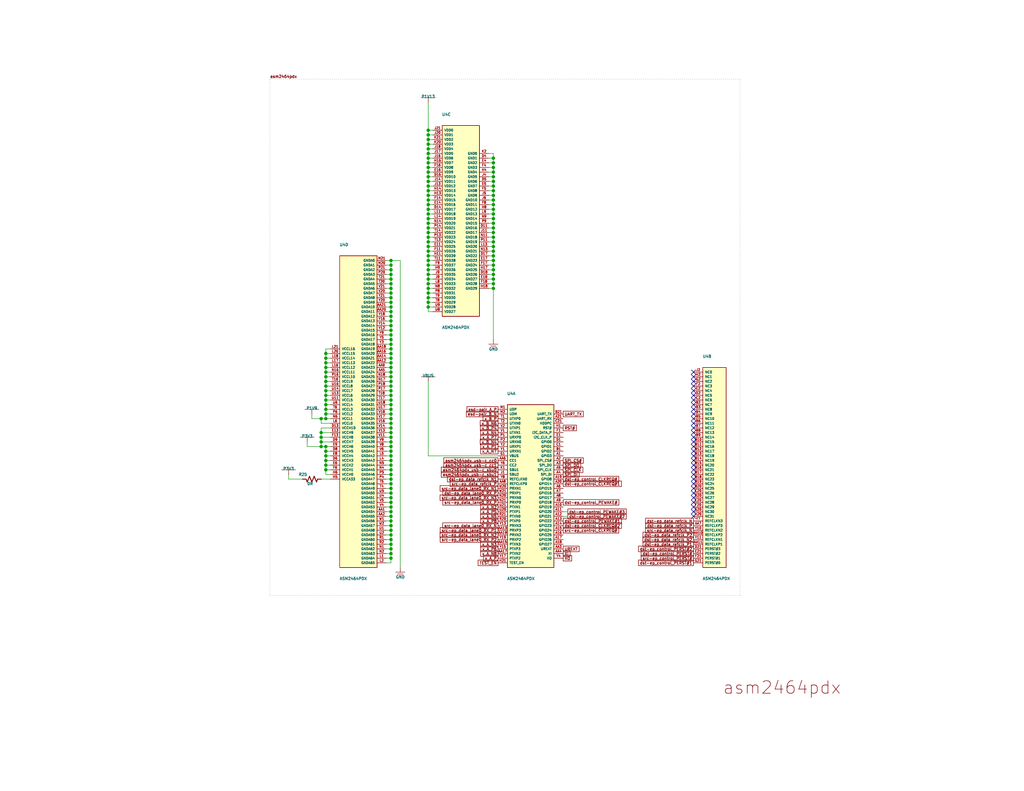
<source format=kicad_sch>
(kicad_sch (version 20230121) (generator jitx)
  (paper "A")
  (lib_symbols
    (symbol "P3V3" (power)
      (property "Reference" "#PWR" (at 35.0 60.0 0.0))
      (property "Value" "P3V3" (at 0.0 1.5875 0.0))
      (symbol "P3V3_1_0"
        (pin power_in line (at 0.0 0.0 90) (length 0.0) (name "P3V3") (number "~"))
      )
    )
    (symbol "VBUS" (power)
      (property "Reference" "#PWR" (at 35.0 60.0 0.0))
      (property "Value" "VBUS" (at 0.0 1.5875 0.0))
      (symbol "VBUS_1_0"
        (pin power_in line (at 0.0 0.0 90) (length 0.0) (name "VBUS") (number "~"))
      )
    )
    (symbol "P1V9" (power)
      (property "Reference" "#PWR" (at 35.0 60.0 0.0))
      (property "Value" "P1V9" (at 0.0 1.5875 0.0))
      (symbol "P1V9_1_0"
        (pin power_in line (at 0.0 0.0 90) (length 0.0) (name "P1V9") (number "~"))
      )
    )
    (symbol "GND" (power)
      (property "Reference" "#PWR" (at 35.0 60.0 0.0))
      (property "Value" "GND" (at 0.0 -2.6035 0.0))
      (symbol "GND_1_0"
        (pin power_in line (at 0.0 0.0 270) (length 0.0) (name "GND") (number "~"))
      )
    )
    (symbol "P1V13" (power)
      (property "Reference" "#PWR" (at 35.0 60.0 0.0))
      (property "Value" "P1V13" (at 0.0 1.5875 0.0))
      (symbol "P1V13_1_0"
        (pin power_in line (at 0.0 0.0 90) (length 0.0) (name "P1V13") (number "~"))
      )
    )
    (symbol "resistor_sym"
      (property "Reference" "U" (at 1.27 1.27 0.0))
      (property "Value" "resistor_sym" (at 1.27 -1.27 0.0))
      (symbol "resistor_sym_1_0"
        (pin unspecified line (at 0.0 2.54 270) (length 0.0) (name "1") (number "~"))
        (pin unspecified line (at 0.0 -2.54 90) (length 0.0) (name "2") (number "~"))
      )
    )
    (symbol "capacitor_sym"
      (property "Reference" "U" (at 1.27 1.27 0.0))
      (property "Value" "capacitor_sym" (at 1.27 -1.27 0.0))
      (symbol "capacitor_sym_1_0"
        (pin unspecified line (at 0.0 2.54 270) (length 0.0) (name "1") (number "~"))
        (pin unspecified line (at 0.0 -2.54 90) (length 0.0) (name "2") (number "~"))
      )
    )
    (symbol "Capacitor"
      (property "Reference" "U" (at 3.2385 0.0 0.0))
      (property "Value" "Capacitor" (at 3.2385 -1.524 0.0))
      (symbol "Capacitor_1_0"
        (pin unspecified line (at 0.0 2.54 270) (length 0.0) (name "1") (number "~"))
        (pin unspecified line (at 0.0 -2.54 90) (length 0.0) (name "2") (number "~"))
      )
    )
    (symbol "resistor_sym_1"
      (property "Reference" "U" (at 1.27 1.27 0.0))
      (property "Value" "resistor_sym_1" (at 1.27 -1.27 0.0))
      (symbol "resistor_sym_1_1_0"
        (pin unspecified line (at 0.0 2.54 270) (length 0.0) (name "1") (number "~"))
        (pin unspecified line (at 0.0 -2.54 90) (length 0.0) (name "2") (number "~"))
      )
    )
    (symbol "Box_Self_self_"
      (property "Reference" "U" (at -3.8735 7.6835 0.0))
      (property "Value" "Box_Self_self_" (at -3.8735 -7.6835 0.0))
      (symbol "Box_Self_self__1_0"
        (pin unspecified line (at -6.35 3.81 0) (length 2.54) (name "IOC1") (number "~"))
        (pin unspecified line (at -6.35 2.54 0) (length 2.54) (name "IOC2") (number "~"))
        (pin unspecified line (at -6.35 1.27 0) (length 2.54) (name "IOC3") (number "~"))
        (pin unspecified line (at -6.35 0.0 0) (length 2.54) (name "IOC4") (number "~"))
        (pin unspecified line (at 6.35 3.81 180) (length 2.54) (name "IOS1") (number "~"))
        (pin unspecified line (at 6.35 2.54 180) (length 2.54) (name "IOS2") (number "~"))
        (pin unspecified line (at 6.35 1.27 180) (length 2.54) (name "IOS3") (number "~"))
        (pin unspecified line (at 6.35 0.0 180) (length 2.54) (name "IOS4") (number "~"))
        (pin unspecified line (at -6.35 -2.54 0) (length 2.54) (name "GND1") (number "~"))
        (pin unspecified line (at -6.35 -3.81 0) (length 2.54) (name "GND2") (number "~"))
      )
    )
    (symbol "capacitor_sym_1"
      (property "Reference" "U" (at 1.27 1.27 0.0))
      (property "Value" "capacitor_sym_1" (at 1.27 -1.27 0.0))
      (symbol "capacitor_sym_1_1_0"
        (pin unspecified line (at 0.0 2.54 270) (length 0.0) (name "1") (number "~"))
        (pin unspecified line (at 0.0 -2.54 90) (length 0.0) (name "2") (number "~"))
      )
    )
    (symbol "Sym_1_2199230_6"
      (symbol "Sym_1_2199230_6_1_0"
        (pin unspecified line (at -12.7 48.26 0) (length 5.08) (name "CONFIG_3") (number "~"))
        (pin unspecified line (at -12.7 45.72 0) (length 5.08) (name "GND0") (number "~"))
        (pin unspecified line (at -12.7 43.18 0) (length 5.08) (name "PE3_RX_N") (number "~"))
        (pin unspecified line (at -12.7 40.64 0) (length 5.08) (name "PE3_RX_P") (number "~"))
        (pin unspecified line (at -12.7 38.1 0) (length 5.08) (name "GND1") (number "~"))
        (pin unspecified line (at -12.7 35.56 0) (length 5.08) (name "PE3_TX_N") (number "~"))
        (pin unspecified line (at -12.7 33.02 0) (length 5.08) (name "PE3_TX_P") (number "~"))
        (pin unspecified line (at -12.7 30.48 0) (length 5.08) (name "GND2") (number "~"))
        (pin unspecified line (at -12.7 27.94 0) (length 5.08) (name "PE2_RX_N") (number "~"))
        (pin unspecified line (at -12.7 25.4 0) (length 5.08) (name "PE2_RX_P") (number "~"))
        (pin unspecified line (at -12.7 22.86 0) (length 5.08) (name "CONFIG_0") (number "~"))
        (pin unspecified line (at -12.7 20.32 0) (length 5.08) (name "PE2_TX_N") (number "~"))
        (pin unspecified line (at -12.7 17.78 0) (length 5.08) (name "PE2_TX_P") (number "~"))
        (pin unspecified line (at -12.7 15.24 0) (length 5.08) (name "PE1_RX_N") (number "~"))
        (pin unspecified line (at -12.7 12.7 0) (length 5.08) (name "PE1_RX_P") (number "~"))
        (pin unspecified line (at -12.7 10.16 0) (length 5.08) (name "GND3") (number "~"))
        (pin unspecified line (at -12.7 7.62 0) (length 5.08) (name "PE1_TX_N") (number "~"))
        (pin unspecified line (at -12.7 5.08 0) (length 5.08) (name "PE1_TX_P") (number "~"))
        (pin unspecified line (at -12.7 2.54 0) (length 5.08) (name "GND4") (number "~"))
        (pin unspecified line (at -12.7 0.0 0) (length 5.08) (name "PE0_RX_N") (number "~"))
        (pin unspecified line (at -12.7 -2.54 0) (length 5.08) (name "PE0_RX_P") (number "~"))
        (pin unspecified line (at -12.7 -5.08 0) (length 5.08) (name "GND5") (number "~"))
        (pin unspecified line (at -12.7 -7.62 0) (length 5.08) (name "PE0_TX_N") (number "~"))
        (pin unspecified line (at -12.7 -10.16 0) (length 5.08) (name "PE0_TX_P") (number "~"))
        (pin unspecified line (at -12.7 -12.7 0) (length 5.08) (name "GND6") (number "~"))
        (pin unspecified line (at -12.7 -15.24 0) (length 5.08) (name "REFCLKN") (number "~"))
        (pin unspecified line (at -12.7 -17.78 0) (length 5.08) (name "REFCLKP") (number "~"))
        (pin unspecified line (at -12.7 -20.32 0) (length 5.08) (name "GND7") (number "~"))
        (pin unspecified line (at -12.7 -22.86 0) (length 5.08) (name "NC0") (number "~"))
        (pin unspecified line (at -12.7 -35.56 0) (length 5.08) (name "CONFIG_1") (number "~"))
        (pin unspecified line (at -12.7 -38.1 0) (length 5.08) (name "GND8") (number "~"))
        (pin unspecified line (at -12.7 -40.64 0) (length 5.08) (name "GND9") (number "~"))
        (pin unspecified line (at -12.7 -43.18 0) (length 5.08) (name "CONFIG_2") (number "~"))
        (pin unspecified line (at 12.7 48.26 180) (length 5.08) (name "V_3V3_0") (number "~"))
        (pin unspecified line (at 12.7 45.72 180) (length 5.08) (name "V_3V3_1") (number "~"))
        (pin unspecified line (at 12.7 43.18 180) (length 5.08) (name "NC1") (number "~"))
        (pin unspecified line (at 12.7 40.64 180) (length 5.08) (name "NC2") (number "~"))
        (pin unspecified line (at 12.7 38.1 180) (length 5.08) (name "DAS_DSS") (number "~"))
        (pin unspecified line (at 12.7 35.56 180) (length 5.08) (name "V_3V3_2") (number "~"))
        (pin unspecified line (at 12.7 33.02 180) (length 5.08) (name "V_3V3_3") (number "~"))
        (pin unspecified line (at 12.7 30.48 180) (length 5.08) (name "V_3V3_4") (number "~"))
        (pin unspecified line (at 12.7 27.94 180) (length 5.08) (name "V_3V3_5") (number "~"))
        (pin unspecified line (at 12.7 25.4 180) (length 5.08) (name "NC3") (number "~"))
        (pin unspecified line (at 12.7 22.86 180) (length 5.08) (name "NC4") (number "~"))
        (pin unspecified line (at 12.7 20.32 180) (length 5.08) (name "NC5") (number "~"))
        (pin unspecified line (at 12.7 17.78 180) (length 5.08) (name "NC6") (number "~"))
        (pin unspecified line (at 12.7 15.24 180) (length 5.08) (name "NC7") (number "~"))
        (pin unspecified line (at 12.7 12.7 180) (length 5.08) (name "NC8") (number "~"))
        (pin unspecified line (at 12.7 10.16 180) (length 5.08) (name "NC9") (number "~"))
        (pin unspecified line (at 12.7 7.62 180) (length 5.08) (name "NC10") (number "~"))
        (pin unspecified line (at 12.7 5.08 180) (length 5.08) (name "NC11") (number "~"))
        (pin unspecified line (at 12.7 2.54 180) (length 5.08) (name "DEVSLP") (number "~"))
        (pin unspecified line (at 12.7 0.0 180) (length 5.08) (name "NC12") (number "~"))
        (pin unspecified line (at 12.7 -2.54 180) (length 5.08) (name "NC13") (number "~"))
        (pin unspecified line (at 12.7 -5.08 180) (length 5.08) (name "NC14") (number "~"))
        (pin unspecified line (at 12.7 -7.62 180) (length 5.08) (name "NC15") (number "~"))
        (pin unspecified line (at 12.7 -10.16 180) (length 5.08) (name "NC16") (number "~"))
        (pin unspecified line (at 12.7 -12.7 180) (length 5.08) (name "PERST#") (number "~"))
        (pin unspecified line (at 12.7 -15.24 180) (length 5.08) (name "CLKREQ#") (number "~"))
        (pin unspecified line (at 12.7 -17.78 180) (length 5.08) (name "PEWAKE#") (number "~"))
        (pin unspecified line (at 12.7 -20.32 180) (length 5.08) (name "MFG1") (number "~"))
        (pin unspecified line (at 12.7 -22.86 180) (length 5.08) (name "MFG2") (number "~"))
        (pin unspecified line (at 12.7 -35.56 180) (length 5.08) (name "SUSCLK") (number "~"))
        (pin unspecified line (at 12.7 -38.1 180) (length 5.08) (name "V_3V3_6") (number "~"))
        (pin unspecified line (at 12.7 -40.64 180) (length 5.08) (name "V_3V3_7") (number "~"))
        (pin unspecified line (at 12.7 -43.18 180) (length 5.08) (name "V_3V3_8") (number "~"))
        (pin unspecified line (at 12.7 -48.26 180) (length 5.08) (name "SHIELD0") (number "~"))
        (pin unspecified line (at 12.7 -50.8 180) (length 5.08) (name "SHIELD1") (number "~"))
      )
    )
    (symbol "Inductor"
      (property "Reference" "U" (at 1.3335 0.0 0.0))
      (property "Value" "Inductor" (at 1.3335 -1.524 0.0))
      (symbol "Inductor_1_0"
        (pin unspecified line (at 0.0 2.54 270) (length 0.0) (name "1") (number "~"))
        (pin unspecified line (at 0.0 -2.54 90) (length 0.0) (name "2") (number "~"))
      )
    )
    (symbol "capacitor_sym_2"
      (property "Reference" "U" (at 1.27 1.27 0.0))
      (property "Value" "capacitor_sym_2" (at 1.27 -1.27 0.0))
      (symbol "capacitor_sym_2_1_0"
        (pin unspecified line (at 0.0 2.54 270) (length 0.0) (name "1") (number "~"))
        (pin unspecified line (at 0.0 -2.54 90) (length 0.0) (name "2") (number "~"))
      )
    )
    (symbol "Box_Self_self__1"
      (property "Reference" "U" (at -2.6035 8.9535 0.0))
      (property "Value" "Box_Self_self__1" (at -2.6035 -7.6835 0.0))
      (symbol "Box_Self_self__1_1_0"
        (pin unspecified line (at -5.08 5.08 0) (length 2.54) (name "VIN") (number "~"))
        (pin unspecified line (at -5.08 3.81 0) (length 2.54) (name "EN") (number "~"))
        (pin unspecified line (at -5.08 2.54 0) (length 2.54) (name "SS") (number "~"))
        (pin unspecified line (at -5.08 1.27 0) (length 2.54) (name "RT") (number "~"))
        (pin unspecified line (at 5.08 5.08 180) (length 2.54) (name "BST") (number "~"))
        (pin unspecified line (at 5.08 -1.27 180) (length 2.54) (name "SW") (number "~"))
        (pin unspecified line (at -5.08 -3.81 0) (length 2.54) (name "GND") (number "~"))
        (pin unspecified line (at 5.08 -3.81 180) (length 2.54) (name "FB") (number "~"))
      )
    )
    (symbol "capacitor_sym_3"
      (property "Reference" "U" (at 1.27 1.27 0.0))
      (property "Value" "capacitor_sym_3" (at 1.27 -1.27 0.0))
      (symbol "capacitor_sym_3_1_0"
        (pin unspecified line (at 0.0 2.54 270) (length 0.0) (name "1") (number "~"))
        (pin unspecified line (at 0.0 -2.54 90) (length 0.0) (name "2") (number "~"))
      )
    )
    (symbol "resistor_sym_2"
      (property "Reference" "U" (at 1.27 1.27 0.0))
      (property "Value" "resistor_sym_2" (at 1.27 -1.27 0.0))
      (symbol "resistor_sym_2_1_0"
        (pin unspecified line (at 0.0 2.54 270) (length 0.0) (name "1") (number "~"))
        (pin unspecified line (at 0.0 -2.54 90) (length 0.0) (name "2") (number "~"))
      )
    )
    (symbol "resistor_sym_3"
      (property "Reference" "U" (at 1.27 1.27 0.0))
      (property "Value" "resistor_sym_3" (at 1.27 -1.27 0.0))
      (symbol "resistor_sym_3_1_0"
        (pin unspecified line (at 0.0 2.54 270) (length 0.0) (name "1") (number "~"))
        (pin unspecified line (at 0.0 -2.54 90) (length 0.0) (name "2") (number "~"))
      )
    )
    (symbol "resistor_sym_4"
      (property "Reference" "U" (at 1.27 1.27 0.0))
      (property "Value" "resistor_sym_4" (at 1.27 -1.27 0.0))
      (symbol "resistor_sym_4_1_0"
        (pin unspecified line (at 0.0 2.54 270) (length 0.0) (name "1") (number "~"))
        (pin unspecified line (at 0.0 -2.54 90) (length 0.0) (name "2") (number "~"))
      )
    )
    (symbol "capacitor_sym_4"
      (property "Reference" "U" (at 1.27 1.27 0.0))
      (property "Value" "capacitor_sym_4" (at 1.27 -1.27 0.0))
      (symbol "capacitor_sym_4_1_0"
        (pin unspecified line (at 0.0 2.54 270) (length 0.0) (name "1") (number "~"))
        (pin unspecified line (at 0.0 -2.54 90) (length 0.0) (name "2") (number "~"))
      )
    )
    (symbol "capacitor_sym_5"
      (property "Reference" "U" (at 1.27 1.27 0.0))
      (property "Value" "capacitor_sym_5" (at 1.27 -1.27 0.0))
      (symbol "capacitor_sym_5_1_0"
        (pin unspecified line (at 0.0 2.54 270) (length 0.0) (name "1") (number "~"))
        (pin unspecified line (at 0.0 -2.54 90) (length 0.0) (name "2") (number "~"))
      )
    )
    (symbol "resistor_sym_5"
      (property "Reference" "U" (at 1.27 1.27 0.0))
      (property "Value" "resistor_sym_5" (at 1.27 -1.27 0.0))
      (symbol "resistor_sym_5_1_0"
        (pin unspecified line (at 0.0 2.54 270) (length 0.0) (name "1") (number "~"))
        (pin unspecified line (at 0.0 -2.54 90) (length 0.0) (name "2") (number "~"))
      )
    )
    (symbol "capacitor_sym_6"
      (property "Reference" "U" (at 1.27 1.27 0.0))
      (property "Value" "capacitor_sym_6" (at 1.27 -1.27 0.0))
      (symbol "capacitor_sym_6_1_0"
        (pin unspecified line (at 0.0 2.54 270) (length 0.0) (name "1") (number "~"))
        (pin unspecified line (at 0.0 -2.54 90) (length 0.0) (name "2") (number "~"))
      )
    )
    (symbol "resistor_sym_6"
      (property "Reference" "U" (at 1.27 1.27 0.0))
      (property "Value" "resistor_sym_6" (at 1.27 -1.27 0.0))
      (symbol "resistor_sym_6_1_0"
        (pin unspecified line (at 0.0 2.54 270) (length 0.0) (name "1") (number "~"))
        (pin unspecified line (at 0.0 -2.54 90) (length 0.0) (name "2") (number "~"))
      )
    )
    (symbol "resistor_sym_7"
      (property "Reference" "U" (at 1.27 1.27 0.0))
      (property "Value" "resistor_sym_7" (at 1.27 -1.27 0.0))
      (symbol "resistor_sym_7_1_0"
        (pin unspecified line (at 0.0 2.54 270) (length 0.0) (name "1") (number "~"))
        (pin unspecified line (at 0.0 -2.54 90) (length 0.0) (name "2") (number "~"))
      )
    )
    (symbol "Box_Self_self__2"
      (property "Reference" "U" (at -3.8735 14.0335 0.0))
      (property "Value" "Box_Self_self__2" (at -3.8735 -14.0335 0.0))
      (symbol "Box_Self_self__2_1_0"
        (pin unspecified line (at 7.62 10.16 180) (length 2.54) (name "VBUS0") (number "~"))
        (pin unspecified line (at 7.62 8.89 180) (length 2.54) (name "VBUS1") (number "~"))
        (pin unspecified line (at -6.35 6.35 0) (length 2.54) (name "D0_P") (number "~"))
        (pin unspecified line (at -6.35 5.08 0) (length 2.54) (name "D0_N") (number "~"))
        (pin unspecified line (at -6.35 2.54 0) (length 2.54) (name "TX1_P") (number "~"))
        (pin unspecified line (at -6.35 1.27 0) (length 2.54) (name "TX1_N") (number "~"))
        (pin unspecified line (at -6.35 -1.27 0) (length 2.54) (name "RX1_P") (number "~"))
        (pin unspecified line (at -6.35 -2.54 0) (length 2.54) (name "RX1_N") (number "~"))
        (pin unspecified line (at -6.35 -5.08 0) (length 2.54) (name "CC1") (number "~"))
        (pin unspecified line (at -6.35 -6.35 0) (length 2.54) (name "SBU1") (number "~"))
        (pin unspecified line (at -6.35 -8.89 0) (length 2.54) (name "GND0") (number "~"))
        (pin unspecified line (at -6.35 -10.16 0) (length 2.54) (name "GND1") (number "~"))
        (pin unspecified line (at 7.62 -10.16 180) (length 2.54) (name "SHIELD") (number "~"))
      )
    )
    (symbol "Box_Self_self__3"
      (property "Reference" "U" (at -3.8735 14.0335 0.0))
      (property "Value" "Box_Self_self__3" (at -3.8735 -14.0335 0.0))
      (symbol "Box_Self_self__3_1_0"
        (pin unspecified line (at 7.62 10.16 180) (length 2.54) (name "VBUS3") (number "~"))
        (pin unspecified line (at 7.62 8.89 180) (length 2.54) (name "VBUS2") (number "~"))
        (pin unspecified line (at -6.35 6.35 0) (length 2.54) (name "D1_P") (number "~"))
        (pin unspecified line (at -6.35 5.08 0) (length 2.54) (name "D1_N") (number "~"))
        (pin unspecified line (at -6.35 2.54 0) (length 2.54) (name "TX2_P") (number "~"))
        (pin unspecified line (at -6.35 1.27 0) (length 2.54) (name "TX2_N") (number "~"))
        (pin unspecified line (at -6.35 -1.27 0) (length 2.54) (name "RX2_P") (number "~"))
        (pin unspecified line (at -6.35 -2.54 0) (length 2.54) (name "RX2_N") (number "~"))
        (pin unspecified line (at -6.35 -5.08 0) (length 2.54) (name "CC2") (number "~"))
        (pin unspecified line (at -6.35 -6.35 0) (length 2.54) (name "SBU2") (number "~"))
        (pin unspecified line (at -6.35 -8.89 0) (length 2.54) (name "GND2") (number "~"))
        (pin unspecified line (at -6.35 -10.16 0) (length 2.54) (name "GND3") (number "~"))
      )
    )
    (symbol "capacitor_sym_7"
      (property "Reference" "U" (at 1.27 1.27 0.0))
      (property "Value" "capacitor_sym_7" (at 1.27 -1.27 0.0))
      (symbol "capacitor_sym_7_1_0"
        (pin unspecified line (at 0.0 2.54 270) (length 0.0) (name "1") (number "~"))
        (pin unspecified line (at 0.0 -2.54 90) (length 0.0) (name "2") (number "~"))
      )
    )
    (symbol "resistor_sym_8"
      (property "Reference" "U" (at 1.27 1.27 0.0))
      (property "Value" "resistor_sym_8" (at 1.27 -1.27 0.0))
      (symbol "resistor_sym_8_1_0"
        (pin unspecified line (at 0.0 2.54 270) (length 0.0) (name "1") (number "~"))
        (pin unspecified line (at 0.0 -2.54 90) (length 0.0) (name "2") (number "~"))
      )
    )
    (symbol "capacitor_sym_8"
      (property "Reference" "U" (at 1.27 1.27 0.0))
      (property "Value" "capacitor_sym_8" (at 1.27 -1.27 0.0))
      (symbol "capacitor_sym_8_1_0"
        (pin unspecified line (at 0.0 2.54 270) (length 0.0) (name "1") (number "~"))
        (pin unspecified line (at 0.0 -2.54 90) (length 0.0) (name "2") (number "~"))
      )
    )
    (symbol "capacitor_sym_9"
      (property "Reference" "U" (at 1.27 1.27 0.0))
      (property "Value" "capacitor_sym_9" (at 1.27 -1.27 0.0))
      (symbol "capacitor_sym_9_1_0"
        (pin unspecified line (at 0.0 2.54 270) (length 0.0) (name "1") (number "~"))
        (pin unspecified line (at 0.0 -2.54 90) (length 0.0) (name "2") (number "~"))
      )
    )
    (symbol "Power_Symbol"
      (property "Value" "Power_Symbol" (at 0.0 1.5875 0.0))
      (symbol "Power_Symbol_1_0"
        (pin unspecified line (at 0.0 0.0 90) (length 0.0) (name "0") (number "~"))
      )
    )
    (symbol "Ground_Symbol"
      (property "Value" "Ground_Symbol" (at 0.0 -2.6035 0.0))
      (symbol "Ground_Symbol_1_0"
        (pin unspecified line (at 0.0 0.0 270) (length 0.0) (name "0") (number "~"))
      )
    )
    (symbol "capacitor_sym_10"
      (property "Reference" "U" (at 1.27 1.27 0.0))
      (property "Value" "capacitor_sym_10" (at 1.27 -1.27 0.0))
      (symbol "capacitor_sym_10_1_0"
        (pin unspecified line (at 0.0 2.54 270) (length 0.0) (name "1") (number "~"))
        (pin unspecified line (at 0.0 -2.54 90) (length 0.0) (name "2") (number "~"))
      )
    )
    (symbol "resistor_sym_9"
      (property "Reference" "U" (at 1.27 1.27 0.0))
      (property "Value" "resistor_sym_9" (at 1.27 -1.27 0.0))
      (symbol "resistor_sym_9_1_0"
        (pin unspecified line (at 0.0 2.54 270) (length 0.0) (name "1") (number "~"))
        (pin unspecified line (at 0.0 -2.54 90) (length 0.0) (name "2") (number "~"))
      )
    )
    (symbol "resistor_sym_10"
      (property "Reference" "U" (at 1.27 1.27 0.0))
      (property "Value" "resistor_sym_10" (at 1.27 -1.27 0.0))
      (symbol "resistor_sym_10_1_0"
        (pin unspecified line (at 0.0 2.54 270) (length 0.0) (name "1") (number "~"))
        (pin unspecified line (at 0.0 -2.54 90) (length 0.0) (name "2") (number "~"))
      )
    )
    (symbol "sym_ABMM2_25_000MHZ_D1_T"
      (property "Reference" "U" (at 0.0 4.54 0.0))
      (property "Value" "sym_ABMM2_25_000MHZ_D1_T" (at 0.0 3.54 0.0))
      (symbol "sym_ABMM2_25_000MHZ_D1_T_1_0"
        (pin unspecified line (at 7.62 -2.54 180) (length 2.54) (name "GND0") (number "~"))
        (pin unspecified line (at -7.62 2.54 0) (length 2.54) (name "GND1") (number "~"))
        (pin unspecified line (at 7.62 2.54 180) (length 2.54) (name "3") (number "~"))
        (pin unspecified line (at -7.62 -2.54 0) (length 2.54) (name "1") (number "~"))
      )
    )
    (symbol "capacitor_sym_11"
      (property "Reference" "U" (at 1.27 1.27 0.0))
      (property "Value" "capacitor_sym_11" (at 1.27 -1.27 0.0))
      (symbol "capacitor_sym_11_1_0"
        (pin unspecified line (at 0.0 2.54 270) (length 0.0) (name "1") (number "~"))
        (pin unspecified line (at 0.0 -2.54 90) (length 0.0) (name "2") (number "~"))
      )
    )
    (symbol "capacitor_sym_12"
      (property "Reference" "U" (at 1.27 1.27 0.0))
      (property "Value" "capacitor_sym_12" (at 1.27 -1.27 0.0))
      (symbol "capacitor_sym_12_1_0"
        (pin unspecified line (at 0.0 2.54 270) (length 0.0) (name "1") (number "~"))
        (pin unspecified line (at 0.0 -2.54 90) (length 0.0) (name "2") (number "~"))
      )
    )
    (symbol "capacitor_sym_13"
      (property "Reference" "U" (at 1.27 1.27 0.0))
      (property "Value" "capacitor_sym_13" (at 1.27 -1.27 0.0))
      (symbol "capacitor_sym_13_1_0"
        (pin unspecified line (at 0.0 2.54 270) (length 0.0) (name "1") (number "~"))
        (pin unspecified line (at 0.0 -2.54 90) (length 0.0) (name "2") (number "~"))
      )
    )
    (symbol "capacitor_sym_14"
      (property "Reference" "U" (at 1.27 1.27 0.0))
      (property "Value" "capacitor_sym_14" (at 1.27 -1.27 0.0))
      (symbol "capacitor_sym_14_1_0"
        (pin unspecified line (at 0.0 2.54 270) (length 0.0) (name "1") (number "~"))
        (pin unspecified line (at 0.0 -2.54 90) (length 0.0) (name "2") (number "~"))
      )
    )
    (symbol "Box_Self_self__4"
      (property "Reference" "U" (at -6.4135 25.4635 0.0))
      (property "Value" "Box_Self_self__4" (at -6.4135 -24.1935 0.0))
      (symbol "Box_Self_self__4_1_0"
        (pin unspecified line (at -8.89 21.59 0) (length 2.54) (name "UDP") (number "~"))
        (pin unspecified line (at -8.89 20.32 0) (length 2.54) (name "UDM") (number "~"))
        (pin unspecified line (at -8.89 19.05 0) (length 2.54) (name "UTXP0") (number "~"))
        (pin unspecified line (at -8.89 17.78 0) (length 2.54) (name "UTXN0") (number "~"))
        (pin unspecified line (at -8.89 16.51 0) (length 2.54) (name "UTXP1") (number "~"))
        (pin unspecified line (at -8.89 15.24 0) (length 2.54) (name "UTXN1") (number "~"))
        (pin unspecified line (at -8.89 13.97 0) (length 2.54) (name "URXP0") (number "~"))
        (pin unspecified line (at -8.89 12.7 0) (length 2.54) (name "URXN0") (number "~"))
        (pin unspecified line (at -8.89 11.43 0) (length 2.54) (name "URXP1") (number "~"))
        (pin unspecified line (at -8.89 10.16 0) (length 2.54) (name "URXN1") (number "~"))
        (pin unspecified line (at -8.89 8.89 0) (length 2.54) (name "VBUS") (number "~"))
        (pin unspecified line (at -8.89 7.62 0) (length 2.54) (name "CC1") (number "~"))
        (pin unspecified line (at -8.89 6.35 0) (length 2.54) (name "CC2") (number "~"))
        (pin unspecified line (at -8.89 5.08 0) (length 2.54) (name "SBU1") (number "~"))
        (pin unspecified line (at -8.89 3.81 0) (length 2.54) (name "SBU2") (number "~"))
        (pin unspecified line (at -8.89 2.54 0) (length 2.54) (name "REFCLKN0") (number "~"))
        (pin unspecified line (at -8.89 1.27 0) (length 2.54) (name "REFCLKP0") (number "~"))
        (pin unspecified line (at -8.89 0.0 0) (length 2.54) (name "PRXN1") (number "~"))
        (pin unspecified line (at -8.89 -1.27 0) (length 2.54) (name "PRXP1") (number "~"))
        (pin unspecified line (at -8.89 -2.54 0) (length 2.54) (name "PRXN0") (number "~"))
        (pin unspecified line (at -8.89 -3.81 0) (length 2.54) (name "PRXP0") (number "~"))
        (pin unspecified line (at -8.89 -5.08 0) (length 2.54) (name "PTXN1") (number "~"))
        (pin unspecified line (at -8.89 -6.35 0) (length 2.54) (name "PTXP1") (number "~"))
        (pin unspecified line (at -8.89 -7.62 0) (length 2.54) (name "PTXN0") (number "~"))
        (pin unspecified line (at -8.89 -8.89 0) (length 2.54) (name "PTXP0") (number "~"))
        (pin unspecified line (at -8.89 -10.16 0) (length 2.54) (name "PRXN3") (number "~"))
        (pin unspecified line (at -8.89 -11.43 0) (length 2.54) (name "PRXP3") (number "~"))
        (pin unspecified line (at -8.89 -12.7 0) (length 2.54) (name "PRXN2") (number "~"))
        (pin unspecified line (at -8.89 -13.97 0) (length 2.54) (name "PRXP2") (number "~"))
        (pin unspecified line (at -8.89 -15.24 0) (length 2.54) (name "PTXN3") (number "~"))
        (pin unspecified line (at -8.89 -16.51 0) (length 2.54) (name "PTXP3") (number "~"))
        (pin unspecified line (at -8.89 -17.78 0) (length 2.54) (name "PTXN2") (number "~"))
        (pin unspecified line (at -8.89 -19.05 0) (length 2.54) (name "PTXP2") (number "~"))
        (pin unspecified line (at -8.89 -20.32 0) (length 2.54) (name "TEST_EN") (number "~"))
        (pin unspecified line (at 8.89 20.32 180) (length 2.54) (name "UART_TX") (number "~"))
        (pin unspecified line (at 8.89 19.05 180) (length 2.54) (name "UART_RX") (number "~"))
        (pin unspecified line (at 8.89 17.78 180) (length 2.54) (name "HDDPC") (number "~"))
        (pin unspecified line (at 8.89 16.51 180) (length 2.54) (name "RST#") (number "~"))
        (pin unspecified line (at 8.89 15.24 180) (length 2.54) (name "I2C_DATA_P") (number "~"))
        (pin unspecified line (at 8.89 13.97 180) (length 2.54) (name "I2C_CLK_P") (number "~"))
        (pin unspecified line (at 8.89 12.7 180) (length 2.54) (name "GPIO0") (number "~"))
        (pin unspecified line (at 8.89 11.43 180) (length 2.54) (name "GPIO1") (number "~"))
        (pin unspecified line (at 8.89 10.16 180) (length 2.54) (name "GPIO2") (number "~"))
        (pin unspecified line (at 8.89 8.89 180) (length 2.54) (name "GPIO3") (number "~"))
        (pin unspecified line (at 8.89 7.62 180) (length 2.54) (name "SPI_CS#") (number "~"))
        (pin unspecified line (at 8.89 6.35 180) (length 2.54) (name "SPI_DO") (number "~"))
        (pin unspecified line (at 8.89 5.08 180) (length 2.54) (name "SPI_CLK") (number "~"))
        (pin unspecified line (at 8.89 3.81 180) (length 2.54) (name "SPI_DI") (number "~"))
        (pin unspecified line (at 8.89 2.54 180) (length 2.54) (name "GPIO8") (number "~"))
        (pin unspecified line (at 8.89 1.27 180) (length 2.54) (name "GPIO14") (number "~"))
        (pin unspecified line (at 8.89 0.0 180) (length 2.54) (name "GPIO15") (number "~"))
        (pin unspecified line (at 8.89 -1.27 180) (length 2.54) (name "GPIO16") (number "~"))
        (pin unspecified line (at 8.89 -2.54 180) (length 2.54) (name "GPIO17") (number "~"))
        (pin unspecified line (at 8.89 -3.81 180) (length 2.54) (name "GPIO18") (number "~"))
        (pin unspecified line (at 8.89 -5.08 180) (length 2.54) (name "GPIO19") (number "~"))
        (pin unspecified line (at 8.89 -6.35 180) (length 2.54) (name "GPIO20") (number "~"))
        (pin unspecified line (at 8.89 -7.62 180) (length 2.54) (name "GPIO21") (number "~"))
        (pin unspecified line (at 8.89 -8.89 180) (length 2.54) (name "GPIO22") (number "~"))
        (pin unspecified line (at 8.89 -10.16 180) (length 2.54) (name "GPIO23") (number "~"))
        (pin unspecified line (at 8.89 -11.43 180) (length 2.54) (name "GPIO24") (number "~"))
        (pin unspecified line (at 8.89 -12.7 180) (length 2.54) (name "GPIO25") (number "~"))
        (pin unspecified line (at 8.89 -13.97 180) (length 2.54) (name "GPIO26") (number "~"))
        (pin unspecified line (at 8.89 -15.24 180) (length 2.54) (name "GPIO27") (number "~"))
        (pin unspecified line (at 8.89 -16.51 180) (length 2.54) (name "UREXT") (number "~"))
        (pin unspecified line (at 8.89 -17.78 180) (length 2.54) (name "XI") (number "~"))
        (pin unspecified line (at 8.89 -19.05 180) (length 2.54) (name "XO") (number "~"))
      )
    )
    (symbol "Box_Self_self__5"
      (property "Reference" "U" (at -2.6035 30.5435 0.0))
      (property "Value" "Box_Self_self__5" (at -2.6035 -29.2735 0.0))
      (symbol "Box_Self_self__5_1_0"
        (pin unspecified line (at -5.08 26.67 0) (length 2.54) (name "NC0") (number "~"))
        (pin unspecified line (at -5.08 25.4 0) (length 2.54) (name "NC1") (number "~"))
        (pin unspecified line (at -5.08 24.13 0) (length 2.54) (name "NC2") (number "~"))
        (pin unspecified line (at -5.08 22.86 0) (length 2.54) (name "NC3") (number "~"))
        (pin unspecified line (at -5.08 21.59 0) (length 2.54) (name "NC4") (number "~"))
        (pin unspecified line (at -5.08 20.32 0) (length 2.54) (name "NC5") (number "~"))
        (pin unspecified line (at -5.08 19.05 0) (length 2.54) (name "NC6") (number "~"))
        (pin unspecified line (at -5.08 17.78 0) (length 2.54) (name "NC7") (number "~"))
        (pin unspecified line (at -5.08 16.51 0) (length 2.54) (name "NC8") (number "~"))
        (pin unspecified line (at -5.08 15.24 0) (length 2.54) (name "NC9") (number "~"))
        (pin unspecified line (at -5.08 13.97 0) (length 2.54) (name "NC10") (number "~"))
        (pin unspecified line (at -5.08 12.7 0) (length 2.54) (name "NC11") (number "~"))
        (pin unspecified line (at -5.08 11.43 0) (length 2.54) (name "NC12") (number "~"))
        (pin unspecified line (at -5.08 10.16 0) (length 2.54) (name "NC13") (number "~"))
        (pin unspecified line (at -5.08 8.89 0) (length 2.54) (name "NC14") (number "~"))
        (pin unspecified line (at -5.08 7.62 0) (length 2.54) (name "NC15") (number "~"))
        (pin unspecified line (at -5.08 6.35 0) (length 2.54) (name "NC16") (number "~"))
        (pin unspecified line (at -5.08 5.08 0) (length 2.54) (name "NC17") (number "~"))
        (pin unspecified line (at -5.08 3.81 0) (length 2.54) (name "NC18") (number "~"))
        (pin unspecified line (at -5.08 2.54 0) (length 2.54) (name "NC19") (number "~"))
        (pin unspecified line (at -5.08 1.27 0) (length 2.54) (name "NC20") (number "~"))
        (pin unspecified line (at -5.08 0.0 0) (length 2.54) (name "NC21") (number "~"))
        (pin unspecified line (at -5.08 -1.27 0) (length 2.54) (name "NC22") (number "~"))
        (pin unspecified line (at -5.08 -2.54 0) (length 2.54) (name "NC23") (number "~"))
        (pin unspecified line (at -5.08 -3.81 0) (length 2.54) (name "NC24") (number "~"))
        (pin unspecified line (at -5.08 -5.08 0) (length 2.54) (name "NC25") (number "~"))
        (pin unspecified line (at -5.08 -6.35 0) (length 2.54) (name "NC26") (number "~"))
        (pin unspecified line (at -5.08 -7.62 0) (length 2.54) (name "NC27") (number "~"))
        (pin unspecified line (at -5.08 -8.89 0) (length 2.54) (name "NC28") (number "~"))
        (pin unspecified line (at -5.08 -10.16 0) (length 2.54) (name "NC29") (number "~"))
        (pin unspecified line (at -5.08 -11.43 0) (length 2.54) (name "NC30") (number "~"))
        (pin unspecified line (at -5.08 -12.7 0) (length 2.54) (name "NC31") (number "~"))
        (pin unspecified line (at -5.08 -13.97 0) (length 2.54) (name "REFCLKN3") (number "~"))
        (pin unspecified line (at -5.08 -15.24 0) (length 2.54) (name "REFCLKP3") (number "~"))
        (pin unspecified line (at -5.08 -16.51 0) (length 2.54) (name "REFCLKN2") (number "~"))
        (pin unspecified line (at -5.08 -17.78 0) (length 2.54) (name "REFCLKP2") (number "~"))
        (pin unspecified line (at -5.08 -19.05 0) (length 2.54) (name "REFCLKN1") (number "~"))
        (pin unspecified line (at -5.08 -20.32 0) (length 2.54) (name "REFCLKP1") (number "~"))
        (pin unspecified line (at -5.08 -21.59 0) (length 2.54) (name "PERST#3") (number "~"))
        (pin unspecified line (at -5.08 -22.86 0) (length 2.54) (name "PERST#2") (number "~"))
        (pin unspecified line (at -5.08 -24.13 0) (length 2.54) (name "PERST#1") (number "~"))
        (pin unspecified line (at -5.08 -25.4 0) (length 2.54) (name "PERST#0") (number "~"))
      )
    )
    (symbol "Box_Self_self__6"
      (property "Reference" "U" (at -5.1435 29.2735 0.0))
      (property "Value" "Box_Self_self__6" (at -5.1435 -28.0035 0.0))
      (symbol "Box_Self_self__6_1_0"
        (pin unspecified line (at -7.62 25.4 0) (length 2.54) (name "VDD0") (number "~"))
        (pin unspecified line (at -7.62 24.13 0) (length 2.54) (name "VDD1") (number "~"))
        (pin unspecified line (at -7.62 22.86 0) (length 2.54) (name "VDD2") (number "~"))
        (pin unspecified line (at -7.62 21.59 0) (length 2.54) (name "VDD3") (number "~"))
        (pin unspecified line (at -7.62 20.32 0) (length 2.54) (name "VDD4") (number "~"))
        (pin unspecified line (at -7.62 19.05 0) (length 2.54) (name "VDD5") (number "~"))
        (pin unspecified line (at -7.62 17.78 0) (length 2.54) (name "VDD6") (number "~"))
        (pin unspecified line (at -7.62 16.51 0) (length 2.54) (name "VDD7") (number "~"))
        (pin unspecified line (at -7.62 15.24 0) (length 2.54) (name "VDD8") (number "~"))
        (pin unspecified line (at -7.62 13.97 0) (length 2.54) (name "VDD9") (number "~"))
        (pin unspecified line (at -7.62 12.7 0) (length 2.54) (name "VDD10") (number "~"))
        (pin unspecified line (at -7.62 11.43 0) (length 2.54) (name "VDD11") (number "~"))
        (pin unspecified line (at -7.62 10.16 0) (length 2.54) (name "VDD12") (number "~"))
        (pin unspecified line (at -7.62 8.89 0) (length 2.54) (name "VDD13") (number "~"))
        (pin unspecified line (at -7.62 7.62 0) (length 2.54) (name "VDD14") (number "~"))
        (pin unspecified line (at -7.62 6.35 0) (length 2.54) (name "VDD15") (number "~"))
        (pin unspecified line (at -7.62 5.08 0) (length 2.54) (name "VDD16") (number "~"))
        (pin unspecified line (at -7.62 3.81 0) (length 2.54) (name "VDD17") (number "~"))
        (pin unspecified line (at -7.62 2.54 0) (length 2.54) (name "VDD18") (number "~"))
        (pin unspecified line (at -7.62 1.27 0) (length 2.54) (name "VDD19") (number "~"))
        (pin unspecified line (at -7.62 0.0 0) (length 2.54) (name "VDD20") (number "~"))
        (pin unspecified line (at -7.62 -1.27 0) (length 2.54) (name "VDD21") (number "~"))
        (pin unspecified line (at -7.62 -2.54 0) (length 2.54) (name "VDD22") (number "~"))
        (pin unspecified line (at -7.62 -3.81 0) (length 2.54) (name "VDD23") (number "~"))
        (pin unspecified line (at -7.62 -5.08 0) (length 2.54) (name "VDD24") (number "~"))
        (pin unspecified line (at -7.62 -6.35 0) (length 2.54) (name "VDD25") (number "~"))
        (pin unspecified line (at -7.62 -7.62 0) (length 2.54) (name "VDD26") (number "~"))
        (pin unspecified line (at -7.62 -8.89 0) (length 2.54) (name "VDD39") (number "~"))
        (pin unspecified line (at -7.62 -10.16 0) (length 2.54) (name "VDD38") (number "~"))
        (pin unspecified line (at -7.62 -11.43 0) (length 2.54) (name "VDD37") (number "~"))
        (pin unspecified line (at -7.62 -12.7 0) (length 2.54) (name "VDD36") (number "~"))
        (pin unspecified line (at -7.62 -13.97 0) (length 2.54) (name "VDD35") (number "~"))
        (pin unspecified line (at -7.62 -15.24 0) (length 2.54) (name "VDD34") (number "~"))
        (pin unspecified line (at -7.62 -16.51 0) (length 2.54) (name "VDD33") (number "~"))
        (pin unspecified line (at -7.62 -17.78 0) (length 2.54) (name "VDD32") (number "~"))
        (pin unspecified line (at -7.62 -19.05 0) (length 2.54) (name "VDD31") (number "~"))
        (pin unspecified line (at -7.62 -20.32 0) (length 2.54) (name "VDD30") (number "~"))
        (pin unspecified line (at -7.62 -21.59 0) (length 2.54) (name "VDD29") (number "~"))
        (pin unspecified line (at -7.62 -22.86 0) (length 2.54) (name "VDD28") (number "~"))
        (pin unspecified line (at -7.62 -24.13 0) (length 2.54) (name "VDD27") (number "~"))
        (pin unspecified line (at 7.62 19.05 180) (length 2.54) (name "GND0") (number "~"))
        (pin unspecified line (at 7.62 17.78 180) (length 2.54) (name "GND1") (number "~"))
        (pin unspecified line (at 7.62 16.51 180) (length 2.54) (name "GND2") (number "~"))
        (pin unspecified line (at 7.62 15.24 180) (length 2.54) (name "GND3") (number "~"))
        (pin unspecified line (at 7.62 13.97 180) (length 2.54) (name "GND4") (number "~"))
        (pin unspecified line (at 7.62 12.7 180) (length 2.54) (name "GND5") (number "~"))
        (pin unspecified line (at 7.62 11.43 180) (length 2.54) (name "GND6") (number "~"))
        (pin unspecified line (at 7.62 10.16 180) (length 2.54) (name "GND7") (number "~"))
        (pin unspecified line (at 7.62 8.89 180) (length 2.54) (name "GND8") (number "~"))
        (pin unspecified line (at 7.62 7.62 180) (length 2.54) (name "GND9") (number "~"))
        (pin unspecified line (at 7.62 6.35 180) (length 2.54) (name "GND10") (number "~"))
        (pin unspecified line (at 7.62 5.08 180) (length 2.54) (name "GND11") (number "~"))
        (pin unspecified line (at 7.62 3.81 180) (length 2.54) (name "GND12") (number "~"))
        (pin unspecified line (at 7.62 2.54 180) (length 2.54) (name "GND13") (number "~"))
        (pin unspecified line (at 7.62 1.27 180) (length 2.54) (name "GND14") (number "~"))
        (pin unspecified line (at 7.62 0.0 180) (length 2.54) (name "GND15") (number "~"))
        (pin unspecified line (at 7.62 -1.27 180) (length 2.54) (name "GND16") (number "~"))
        (pin unspecified line (at 7.62 -2.54 180) (length 2.54) (name "GND17") (number "~"))
        (pin unspecified line (at 7.62 -3.81 180) (length 2.54) (name "GND18") (number "~"))
        (pin unspecified line (at 7.62 -5.08 180) (length 2.54) (name "GND19") (number "~"))
        (pin unspecified line (at 7.62 -6.35 180) (length 2.54) (name "GND20") (number "~"))
        (pin unspecified line (at 7.62 -7.62 180) (length 2.54) (name "GND21") (number "~"))
        (pin unspecified line (at 7.62 -8.89 180) (length 2.54) (name "GND22") (number "~"))
        (pin unspecified line (at 7.62 -10.16 180) (length 2.54) (name "GND23") (number "~"))
        (pin unspecified line (at 7.62 -11.43 180) (length 2.54) (name "GND24") (number "~"))
        (pin unspecified line (at 7.62 -12.7 180) (length 2.54) (name "GND25") (number "~"))
        (pin unspecified line (at 7.62 -13.97 180) (length 2.54) (name "GND26") (number "~"))
        (pin unspecified line (at 7.62 -15.24 180) (length 2.54) (name "GND27") (number "~"))
        (pin unspecified line (at 7.62 -16.51 180) (length 2.54) (name "GND28") (number "~"))
        (pin unspecified line (at 7.62 -17.78 180) (length 2.54) (name "GND29") (number "~"))
      )
    )
    (symbol "Box_Self_self__7"
      (property "Reference" "U" (at -5.1435 45.7835 0.0))
      (property "Value" "Box_Self_self__7" (at -5.1435 -44.5135 0.0))
      (symbol "Box_Self_self__7_1_0"
        (pin unspecified line (at -7.62 17.78 0) (length 2.54) (name "VCCL16") (number "~"))
        (pin unspecified line (at -7.62 16.51 0) (length 2.54) (name "VCCL15") (number "~"))
        (pin unspecified line (at -7.62 15.24 0) (length 2.54) (name "VCCL14") (number "~"))
        (pin unspecified line (at -7.62 13.97 0) (length 2.54) (name "VCCL13") (number "~"))
        (pin unspecified line (at -7.62 12.7 0) (length 2.54) (name "VCCL12") (number "~"))
        (pin unspecified line (at -7.62 11.43 0) (length 2.54) (name "VCCL11") (number "~"))
        (pin unspecified line (at -7.62 10.16 0) (length 2.54) (name "VCCL10") (number "~"))
        (pin unspecified line (at -7.62 8.89 0) (length 2.54) (name "VCCL9") (number "~"))
        (pin unspecified line (at -7.62 7.62 0) (length 2.54) (name "VCCL8") (number "~"))
        (pin unspecified line (at -7.62 6.35 0) (length 2.54) (name "VCCL7") (number "~"))
        (pin unspecified line (at -7.62 5.08 0) (length 2.54) (name "VCCL6") (number "~"))
        (pin unspecified line (at -7.62 3.81 0) (length 2.54) (name "VCCL5") (number "~"))
        (pin unspecified line (at -7.62 2.54 0) (length 2.54) (name "VCCL4") (number "~"))
        (pin unspecified line (at -7.62 1.27 0) (length 2.54) (name "VCCL3") (number "~"))
        (pin unspecified line (at -7.62 0.0 0) (length 2.54) (name "VCCL2") (number "~"))
        (pin unspecified line (at -7.62 -1.27 0) (length 2.54) (name "VCCL1") (number "~"))
        (pin unspecified line (at -7.62 -2.54 0) (length 2.54) (name "VCCL0") (number "~"))
        (pin unspecified line (at -7.62 -3.81 0) (length 2.54) (name "VCCH10") (number "~"))
        (pin unspecified line (at -7.62 -5.08 0) (length 2.54) (name "VCCH9") (number "~"))
        (pin unspecified line (at -7.62 -6.35 0) (length 2.54) (name "VCCH8") (number "~"))
        (pin unspecified line (at -7.62 -7.62 0) (length 2.54) (name "VCCH7") (number "~"))
        (pin unspecified line (at -7.62 -8.89 0) (length 2.54) (name "VCCH6") (number "~"))
        (pin unspecified line (at -7.62 -10.16 0) (length 2.54) (name "VCCH5") (number "~"))
        (pin unspecified line (at -7.62 -11.43 0) (length 2.54) (name "VCCH4") (number "~"))
        (pin unspecified line (at -7.62 -12.7 0) (length 2.54) (name "VCCH3") (number "~"))
        (pin unspecified line (at -7.62 -13.97 0) (length 2.54) (name "VCCH2") (number "~"))
        (pin unspecified line (at -7.62 -15.24 0) (length 2.54) (name "VCCH1") (number "~"))
        (pin unspecified line (at -7.62 -16.51 0) (length 2.54) (name "VCCH0") (number "~"))
        (pin unspecified line (at -7.62 -17.78 0) (length 2.54) (name "VCCA33") (number "~"))
        (pin unspecified line (at 7.62 41.91 180) (length 2.54) (name "GNDA0") (number "~"))
        (pin unspecified line (at 7.62 40.64 180) (length 2.54) (name "GNDA1") (number "~"))
        (pin unspecified line (at 7.62 39.37 180) (length 2.54) (name "GNDA2") (number "~"))
        (pin unspecified line (at 7.62 38.1 180) (length 2.54) (name "GNDA3") (number "~"))
        (pin unspecified line (at 7.62 36.83 180) (length 2.54) (name "GNDA4") (number "~"))
        (pin unspecified line (at 7.62 35.56 180) (length 2.54) (name "GNDA5") (number "~"))
        (pin unspecified line (at 7.62 34.29 180) (length 2.54) (name "GNDA6") (number "~"))
        (pin unspecified line (at 7.62 33.02 180) (length 2.54) (name "GNDA7") (number "~"))
        (pin unspecified line (at 7.62 31.75 180) (length 2.54) (name "GNDA8") (number "~"))
        (pin unspecified line (at 7.62 30.48 180) (length 2.54) (name "GNDA9") (number "~"))
        (pin unspecified line (at 7.62 29.21 180) (length 2.54) (name "GNDA10") (number "~"))
        (pin unspecified line (at 7.62 27.94 180) (length 2.54) (name "GNDA11") (number "~"))
        (pin unspecified line (at 7.62 26.67 180) (length 2.54) (name "GNDA12") (number "~"))
        (pin unspecified line (at 7.62 25.4 180) (length 2.54) (name "GNDA13") (number "~"))
        (pin unspecified line (at 7.62 24.13 180) (length 2.54) (name "GNDA14") (number "~"))
        (pin unspecified line (at 7.62 22.86 180) (length 2.54) (name "GNDA15") (number "~"))
        (pin unspecified line (at 7.62 21.59 180) (length 2.54) (name "GNDA16") (number "~"))
        (pin unspecified line (at 7.62 20.32 180) (length 2.54) (name "GNDA17") (number "~"))
        (pin unspecified line (at 7.62 19.05 180) (length 2.54) (name "GNDA18") (number "~"))
        (pin unspecified line (at 7.62 17.78 180) (length 2.54) (name "GNDA19") (number "~"))
        (pin unspecified line (at 7.62 16.51 180) (length 2.54) (name "GNDA20") (number "~"))
        (pin unspecified line (at 7.62 15.24 180) (length 2.54) (name "GNDA21") (number "~"))
        (pin unspecified line (at 7.62 13.97 180) (length 2.54) (name "GNDA22") (number "~"))
        (pin unspecified line (at 7.62 12.7 180) (length 2.54) (name "GNDA23") (number "~"))
        (pin unspecified line (at 7.62 11.43 180) (length 2.54) (name "GNDA24") (number "~"))
        (pin unspecified line (at 7.62 10.16 180) (length 2.54) (name "GNDA25") (number "~"))
        (pin unspecified line (at 7.62 8.89 180) (length 2.54) (name "GNDA26") (number "~"))
        (pin unspecified line (at 7.62 7.62 180) (length 2.54) (name "GNDA27") (number "~"))
        (pin unspecified line (at 7.62 6.35 180) (length 2.54) (name "GNDA28") (number "~"))
        (pin unspecified line (at 7.62 5.08 180) (length 2.54) (name "GNDA29") (number "~"))
        (pin unspecified line (at 7.62 3.81 180) (length 2.54) (name "GNDA30") (number "~"))
        (pin unspecified line (at 7.62 2.54 180) (length 2.54) (name "GNDA31") (number "~"))
        (pin unspecified line (at 7.62 1.27 180) (length 2.54) (name "GNDA32") (number "~"))
        (pin unspecified line (at 7.62 0.0 180) (length 2.54) (name "GNDA33") (number "~"))
        (pin unspecified line (at 7.62 -1.27 180) (length 2.54) (name "GNDA34") (number "~"))
        (pin unspecified line (at 7.62 -2.54 180) (length 2.54) (name "GNDA35") (number "~"))
        (pin unspecified line (at 7.62 -3.81 180) (length 2.54) (name "GNDA36") (number "~"))
        (pin unspecified line (at 7.62 -5.08 180) (length 2.54) (name "GNDA37") (number "~"))
        (pin unspecified line (at 7.62 -6.35 180) (length 2.54) (name "GNDA38") (number "~"))
        (pin unspecified line (at 7.62 -7.62 180) (length 2.54) (name "GNDA39") (number "~"))
        (pin unspecified line (at 7.62 -8.89 180) (length 2.54) (name "GNDA40") (number "~"))
        (pin unspecified line (at 7.62 -10.16 180) (length 2.54) (name "GNDA41") (number "~"))
        (pin unspecified line (at 7.62 -11.43 180) (length 2.54) (name "GNDA42") (number "~"))
        (pin unspecified line (at 7.62 -12.7 180) (length 2.54) (name "GNDA43") (number "~"))
        (pin unspecified line (at 7.62 -13.97 180) (length 2.54) (name "GNDA44") (number "~"))
        (pin unspecified line (at 7.62 -15.24 180) (length 2.54) (name "GNDA45") (number "~"))
        (pin unspecified line (at 7.62 -16.51 180) (length 2.54) (name "GNDA46") (number "~"))
        (pin unspecified line (at 7.62 -17.78 180) (length 2.54) (name "GNDA47") (number "~"))
        (pin unspecified line (at 7.62 -19.05 180) (length 2.54) (name "GNDA48") (number "~"))
        (pin unspecified line (at 7.62 -20.32 180) (length 2.54) (name "GNDA49") (number "~"))
        (pin unspecified line (at 7.62 -21.59 180) (length 2.54) (name "GNDA50") (number "~"))
        (pin unspecified line (at 7.62 -22.86 180) (length 2.54) (name "GNDA51") (number "~"))
        (pin unspecified line (at 7.62 -24.13 180) (length 2.54) (name "GNDA52") (number "~"))
        (pin unspecified line (at 7.62 -25.4 180) (length 2.54) (name "GNDA53") (number "~"))
        (pin unspecified line (at 7.62 -26.67 180) (length 2.54) (name "GNDA54") (number "~"))
        (pin unspecified line (at 7.62 -27.94 180) (length 2.54) (name "GNDA55") (number "~"))
        (pin unspecified line (at 7.62 -29.21 180) (length 2.54) (name "GNDA56") (number "~"))
        (pin unspecified line (at 7.62 -30.48 180) (length 2.54) (name "GNDA57") (number "~"))
        (pin unspecified line (at 7.62 -31.75 180) (length 2.54) (name "GNDA58") (number "~"))
        (pin unspecified line (at 7.62 -33.02 180) (length 2.54) (name "GNDA59") (number "~"))
        (pin unspecified line (at 7.62 -34.29 180) (length 2.54) (name "GNDA60") (number "~"))
        (pin unspecified line (at 7.62 -35.56 180) (length 2.54) (name "GNDA61") (number "~"))
        (pin unspecified line (at 7.62 -36.83 180) (length 2.54) (name "GNDA62") (number "~"))
        (pin unspecified line (at 7.62 -38.1 180) (length 2.54) (name "GNDA63") (number "~"))
        (pin unspecified line (at 7.62 -39.37 180) (length 2.54) (name "GNDA64") (number "~"))
        (pin unspecified line (at 7.62 -40.64 180) (length 2.54) (name "GNDA65") (number "~"))
      )
    )
    (symbol "resistor_sym_11"
      (property "Reference" "U" (at 1.27 1.27 0.0))
      (property "Value" "resistor_sym_11" (at 1.27 -1.27 0.0))
      (symbol "resistor_sym_11_1_0"
        (pin unspecified line (at 0.0 2.54 270) (length 0.0) (name "1") (number "~"))
        (pin unspecified line (at 0.0 -2.54 90) (length 0.0) (name "2") (number "~"))
      )
    )
    (symbol "sym_W25Q32JVSSIQ"
      (property "Reference" "U" (at 0.0 7.969 0.0))
      (property "Value" "sym_W25Q32JVSSIQ" (at 0.0 6.969 0.0))
      (symbol "sym_W25Q32JVSSIQ_1_0"
        (pin unspecified line (at -15.24 3.81 0) (length 2.54) (name "SPI_CS#") (number "~"))
        (pin unspecified line (at -15.24 1.27 0) (length 2.54) (name "SPI_DO") (number "~"))
        (pin unspecified line (at -15.24 -1.27 0) (length 2.54) (name "SPI_IO2") (number "~"))
        (pin unspecified line (at -15.24 -3.81 0) (length 2.54) (name "GND") (number "~"))
        (pin unspecified line (at 15.24 -3.81 180) (length 2.54) (name "SPI_DI") (number "~"))
        (pin unspecified line (at 15.24 -1.27 180) (length 2.54) (name "SPI_CLK") (number "~"))
        (pin unspecified line (at 15.24 1.27 180) (length 2.54) (name "SPI_IO3") (number "~"))
        (pin unspecified line (at 15.24 3.81 180) (length 2.54) (name "VCC") (number "~"))
      )
    )
    (symbol "capacitor_sym_15"
      (property "Reference" "U" (at 1.27 1.27 0.0))
      (property "Value" "capacitor_sym_15" (at 1.27 -1.27 0.0))
      (symbol "capacitor_sym_15_1_0"
        (pin unspecified line (at 0.0 2.54 270) (length 0.0) (name "1") (number "~"))
        (pin unspecified line (at 0.0 -2.54 90) (length 0.0) (name "2") (number "~"))
      )
    )
    (symbol "capacitor_sym_16"
      (property "Reference" "U" (at 1.27 1.27 0.0))
      (property "Value" "capacitor_sym_16" (at 1.27 -1.27 0.0))
      (symbol "capacitor_sym_16_1_0"
        (pin unspecified line (at 0.0 2.54 270) (length 0.0) (name "1") (number "~"))
        (pin unspecified line (at 0.0 -2.54 90) (length 0.0) (name "2") (number "~"))
      )
    )
    (symbol "capacitor_sym_17"
      (property "Reference" "U" (at 1.27 1.27 0.0))
      (property "Value" "capacitor_sym_17" (at 1.27 -1.27 0.0))
      (symbol "capacitor_sym_17_1_0"
        (pin unspecified line (at 0.0 2.54 270) (length 0.0) (name "1") (number "~"))
        (pin unspecified line (at 0.0 -2.54 90) (length 0.0) (name "2") (number "~"))
      )
    )
    (symbol "sym_ESD132_B1_W0201_E6327"
      (property "Reference" "U" (at 0.0 3.524 0.0))
      (property "Value" "sym_ESD132_B1_W0201_E6327" (at 0.0 2.524 0.0))
      (symbol "sym_ESD132_B1_W0201_E6327_1_0"
        (pin unspecified line (at -5.08 0.0 0) (length 2.54) (name "1") (number "~"))
        (pin unspecified line (at 5.08 0.0 180) (length 2.54) (name "2") (number "~"))
      )
    )
    (symbol "capacitor_sym_18"
      (property "Reference" "U" (at 1.27 1.27 0.0))
      (property "Value" "capacitor_sym_18" (at 1.27 -1.27 0.0))
      (symbol "capacitor_sym_18_1_0"
        (pin unspecified line (at 0.0 2.54 270) (length 0.0) (name "1") (number "~"))
        (pin unspecified line (at 0.0 -2.54 90) (length 0.0) (name "2") (number "~"))
      )
    )
    (symbol "capacitor_sym_19"
      (property "Reference" "U" (at 1.27 1.27 0.0))
      (property "Value" "capacitor_sym_19" (at 1.27 -1.27 0.0))
      (symbol "capacitor_sym_19_1_0"
        (pin unspecified line (at 0.0 2.54 270) (length 0.0) (name "1") (number "~"))
        (pin unspecified line (at 0.0 -2.54 90) (length 0.0) (name "2") (number "~"))
      )
    )
    (symbol "capacitor_sym_20"
      (property "Reference" "U" (at 1.27 1.27 0.0))
      (property "Value" "capacitor_sym_20" (at 1.27 -1.27 0.0))
      (symbol "capacitor_sym_20_1_0"
        (pin unspecified line (at 0.0 2.54 270) (length 0.0) (name "1") (number "~"))
        (pin unspecified line (at 0.0 -2.54 90) (length 0.0) (name "2") (number "~"))
      )
    )
    (symbol "sym_capacitor_sym"
      (property "Reference" "U" (at 1.27 1.27 0.0))
      (property "Value" "sym_capacitor_sym" (at 1.27 -1.27 0.0))
      (symbol "sym_capacitor_sym_1_0"
        (pin unspecified line (at 0.0 2.54 270) (length 0.0) (name "1") (number "~"))
        (pin unspecified line (at 0.0 -2.54 90) (length 0.0) (name "2") (number "~"))
      )
    )
    (symbol "resistor_sym_12"
      (property "Reference" "U" (at 1.27 1.27 0.0))
      (property "Value" "resistor_sym_12" (at 1.27 -1.27 0.0))
      (symbol "resistor_sym_12_1_0"
        (pin unspecified line (at 0.0 2.54 270) (length 0.0) (name "1") (number "~"))
        (pin unspecified line (at 0.0 -2.54 90) (length 0.0) (name "2") (number "~"))
      )
    )
    (symbol "capacitor_sym_21"
      (property "Reference" "U" (at 1.27 1.27 0.0))
      (property "Value" "capacitor_sym_21" (at 1.27 -1.27 0.0))
      (symbol "capacitor_sym_21_1_0"
        (pin unspecified line (at 0.0 2.54 270) (length 0.0) (name "1") (number "~"))
        (pin unspecified line (at 0.0 -2.54 90) (length 0.0) (name "2") (number "~"))
      )
    )
    (symbol "capacitor_sym_22"
      (property "Reference" "U" (at 1.27 1.27 0.0))
      (property "Value" "capacitor_sym_22" (at 1.27 -1.27 0.0))
      (symbol "capacitor_sym_22_1_0"
        (pin unspecified line (at 0.0 2.54 270) (length 0.0) (name "1") (number "~"))
        (pin unspecified line (at 0.0 -2.54 90) (length 0.0) (name "2") (number "~"))
      )
    )
    (symbol "resistor_sym_13"
      (property "Reference" "U" (at 1.27 1.27 0.0))
      (property "Value" "resistor_sym_13" (at 1.27 -1.27 0.0))
      (symbol "resistor_sym_13_1_0"
        (pin unspecified line (at 0.0 2.54 270) (length 0.0) (name "1") (number "~"))
        (pin unspecified line (at 0.0 -2.54 90) (length 0.0) (name "2") (number "~"))
      )
    )
    (symbol "capacitor_sym_23"
      (property "Reference" "U" (at 1.27 1.27 0.0))
      (property "Value" "capacitor_sym_23" (at 1.27 -1.27 0.0))
      (symbol "capacitor_sym_23_1_0"
        (pin unspecified line (at 0.0 2.54 270) (length 0.0) (name "1") (number "~"))
        (pin unspecified line (at 0.0 -2.54 90) (length 0.0) (name "2") (number "~"))
      )
    )
    (symbol "capacitor_sym_24"
      (property "Reference" "U" (at 1.27 1.27 0.0))
      (property "Value" "capacitor_sym_24" (at 1.27 -1.27 0.0))
      (symbol "capacitor_sym_24_1_0"
        (pin unspecified line (at 0.0 2.54 270) (length 0.0) (name "1") (number "~"))
        (pin unspecified line (at 0.0 -2.54 90) (length 0.0) (name "2") (number "~"))
      )
    )
    (symbol "resistor_sym_14"
      (property "Reference" "U" (at 1.27 1.27 0.0))
      (property "Value" "resistor_sym_14" (at 1.27 -1.27 0.0))
      (symbol "resistor_sym_14_1_0"
        (pin unspecified line (at 0.0 2.54 270) (length 0.0) (name "1") (number "~"))
        (pin unspecified line (at 0.0 -2.54 90) (length 0.0) (name "2") (number "~"))
      )
    )
    (symbol "component"
      (symbol "component_1_0"
        (pin unspecified line (at -12.7 48.26 0) (length 5.08) (name "CONFIG_3") (number "1"))
        (pin unspecified line (at -12.7 45.72 0) (length 5.08) (name "GND0") (number "3"))
        (pin unspecified line (at -12.7 43.18 0) (length 5.08) (name "PE3_RX_N") (number "5"))
        (pin unspecified line (at -12.7 40.64 0) (length 5.08) (name "PE3_RX_P") (number "7"))
        (pin unspecified line (at -12.7 38.1 0) (length 5.08) (name "GND1") (number "9"))
        (pin unspecified line (at -12.7 35.56 0) (length 5.08) (name "PE3_TX_N") (number "11"))
        (pin unspecified line (at -12.7 33.02 0) (length 5.08) (name "PE3_TX_P") (number "13"))
        (pin unspecified line (at -12.7 30.48 0) (length 5.08) (name "GND2") (number "15"))
        (pin unspecified line (at -12.7 27.94 0) (length 5.08) (name "PE2_RX_N") (number "17"))
        (pin unspecified line (at -12.7 25.4 0) (length 5.08) (name "PE2_RX_P") (number "19"))
        (pin unspecified line (at -12.7 22.86 0) (length 5.08) (name "CONFIG_0") (number "21"))
        (pin unspecified line (at -12.7 20.32 0) (length 5.08) (name "PE2_TX_N") (number "23"))
        (pin unspecified line (at -12.7 17.78 0) (length 5.08) (name "PE2_TX_P") (number "25"))
        (pin unspecified line (at -12.7 15.24 0) (length 5.08) (name "PE1_RX_N") (number "29"))
        (pin unspecified line (at -12.7 12.7 0) (length 5.08) (name "PE1_RX_P") (number "31"))
        (pin unspecified line (at -12.7 10.16 0) (length 5.08) (name "GND3") (number "33"))
        (pin unspecified line (at -12.7 7.62 0) (length 5.08) (name "PE1_TX_N") (number "35"))
        (pin unspecified line (at -12.7 5.08 0) (length 5.08) (name "PE1_TX_P") (number "37"))
        (pin unspecified line (at -12.7 2.54 0) (length 5.08) (name "GND4") (number "39"))
        (pin unspecified line (at -12.7 0.0 0) (length 5.08) (name "PE0_RX_N") (number "41"))
        (pin unspecified line (at -12.7 -2.54 0) (length 5.08) (name "PE0_RX_P") (number "43"))
        (pin unspecified line (at -12.7 -5.08 0) (length 5.08) (name "GND5") (number "45"))
        (pin unspecified line (at -12.7 -7.62 0) (length 5.08) (name "PE0_TX_N") (number "47"))
        (pin unspecified line (at -12.7 -10.16 0) (length 5.08) (name "PE0_TX_P") (number "49"))
        (pin unspecified line (at -12.7 -12.7 0) (length 5.08) (name "GND6") (number "51"))
        (pin unspecified line (at -12.7 -15.24 0) (length 5.08) (name "REFCLKN") (number "53"))
        (pin unspecified line (at -12.7 -17.78 0) (length 5.08) (name "REFCLKP") (number "55"))
        (pin unspecified line (at -12.7 -20.32 0) (length 5.08) (name "GND7") (number "57"))
        (pin unspecified line (at -12.7 -22.86 0) (length 5.08) (name "NC0") (number "67"))
        (pin unspecified line (at -12.7 -35.56 0) (length 5.08) (name "CONFIG_1") (number "69"))
        (pin unspecified line (at -12.7 -38.1 0) (length 5.08) (name "GND8") (number "71"))
        (pin unspecified line (at -12.7 -40.64 0) (length 5.08) (name "GND9") (number "73"))
        (pin unspecified line (at -12.7 -43.18 0) (length 5.08) (name "CONFIG_2") (number "75"))
        (pin unspecified line (at 12.7 48.26 180) (length 5.08) (name "V_3V3_0") (number "2"))
        (pin unspecified line (at 12.7 45.72 180) (length 5.08) (name "V_3V3_1") (number "4"))
        (pin unspecified line (at 12.7 43.18 180) (length 5.08) (name "NC1") (number "6"))
        (pin unspecified line (at 12.7 40.64 180) (length 5.08) (name "NC2") (number "8"))
        (pin unspecified line (at 12.7 38.1 180) (length 5.08) (name "DAS_DSS") (number "10"))
        (pin unspecified line (at 12.7 35.56 180) (length 5.08) (name "V_3V3_2") (number "12"))
        (pin unspecified line (at 12.7 33.02 180) (length 5.08) (name "V_3V3_3") (number "14"))
        (pin unspecified line (at 12.7 30.48 180) (length 5.08) (name "V_3V3_4") (number "16"))
        (pin unspecified line (at 12.7 27.94 180) (length 5.08) (name "V_3V3_5") (number "18"))
        (pin unspecified line (at 12.7 25.4 180) (length 5.08) (name "NC3") (number "20"))
        (pin unspecified line (at 12.7 22.86 180) (length 5.08) (name "NC4") (number "22"))
        (pin unspecified line (at 12.7 20.32 180) (length 5.08) (name "NC5") (number "24"))
        (pin unspecified line (at 12.7 17.78 180) (length 5.08) (name "NC6") (number "26"))
        (pin unspecified line (at 12.7 15.24 180) (length 5.08) (name "NC7") (number "28"))
        (pin unspecified line (at 12.7 12.7 180) (length 5.08) (name "NC8") (number "30"))
        (pin unspecified line (at 12.7 10.16 180) (length 5.08) (name "NC9") (number "32"))
        (pin unspecified line (at 12.7 7.62 180) (length 5.08) (name "NC10") (number "34"))
        (pin unspecified line (at 12.7 5.08 180) (length 5.08) (name "NC11") (number "36"))
        (pin unspecified line (at 12.7 2.54 180) (length 5.08) (name "DEVSLP") (number "38"))
        (pin unspecified line (at 12.7 0.0 180) (length 5.08) (name "NC12") (number "40"))
        (pin unspecified line (at 12.7 -2.54 180) (length 5.08) (name "NC13") (number "42"))
        (pin unspecified line (at 12.7 -5.08 180) (length 5.08) (name "NC14") (number "44"))
        (pin unspecified line (at 12.7 -7.62 180) (length 5.08) (name "NC15") (number "46"))
        (pin unspecified line (at 12.7 -10.16 180) (length 5.08) (name "NC16") (number "48"))
        (pin unspecified line (at 12.7 -12.7 180) (length 5.08) (name "PERST#") (number "50"))
        (pin unspecified line (at 12.7 -15.24 180) (length 5.08) (name "CLKREQ#") (number "52"))
        (pin unspecified line (at 12.7 -17.78 180) (length 5.08) (name "PEWAKE#") (number "54"))
        (pin unspecified line (at 12.7 -20.32 180) (length 5.08) (name "MFG1") (number "56"))
        (pin unspecified line (at 12.7 -22.86 180) (length 5.08) (name "MFG2") (number "58"))
        (pin unspecified line (at 12.7 -35.56 180) (length 5.08) (name "SUSCLK") (number "68"))
        (pin unspecified line (at 12.7 -38.1 180) (length 5.08) (name "V_3V3_6") (number "70"))
        (pin unspecified line (at 12.7 -40.64 180) (length 5.08) (name "V_3V3_7") (number "72"))
        (pin unspecified line (at 12.7 -43.18 180) (length 5.08) (name "V_3V3_8") (number "74"))
        (pin unspecified line (at 12.7 -48.26 180) (length 5.08) (name "SHIELD0") (number "MP1"))
        (pin unspecified line (at 12.7 -50.8 180) (length 5.08) (name "SHIELD1") (number "MP2"))
      )
    )
    (symbol "my_capacitor"
      (property "Reference" "C" (at 1.27 1.27 0.0))
      (property "Value" "my_capacitor" (at 1.27 -1.27 0.0))
      (symbol "my_capacitor_1_0"
        (pin unspecified line (at 0.0 2.54 270) (length 0.0) (name "1") (number "1"))
        (pin unspecified line (at 0.0 -2.54 90) (length 0.0) (name "2") (number "2"))
      )
    )
    (symbol "my_resistor"
      (property "Reference" "R" (at 1.27 1.27 0.0))
      (property "Value" "my_resistor" (at 1.27 -1.27 0.0))
      (symbol "my_resistor_1_0"
        (pin unspecified line (at 0.0 2.54 270) (length 0.0) (name "1") (number "1"))
        (pin unspecified line (at 0.0 -2.54 90) (length 0.0) (name "2") (number "2"))
      )
    )
    (symbol "my_resistor_1"
      (property "Reference" "R" (at 1.27 1.27 0.0))
      (property "Value" "my_resistor_1" (at 1.27 -1.27 0.0))
      (symbol "my_resistor_1_1_0"
        (pin unspecified line (at 0.0 2.54 270) (length 0.0) (name "1") (number "1"))
        (pin unspecified line (at 0.0 -2.54 90) (length 0.0) (name "2") (number "2"))
      )
    )
    (symbol "my_resistor_2"
      (property "Reference" "R" (at 1.27 1.27 0.0))
      (property "Value" "my_resistor_2" (at 1.27 -1.27 0.0))
      (symbol "my_resistor_2_1_0"
        (pin unspecified line (at 0.0 2.54 270) (length 0.0) (name "1") (number "1"))
        (pin unspecified line (at 0.0 -2.54 90) (length 0.0) (name "2") (number "2"))
      )
    )
    (symbol "component_1"
      (property "Reference" "U" (at -2.6035 8.9535 0.0))
      (property "Value" "component_1" (at -2.6035 -7.6835 0.0))
      (symbol "component_1_1_0"
        (pin unspecified line (at -5.08 5.08 0) (length 2.54) (name "VIN") (number "3"))
        (pin unspecified line (at -5.08 3.81 0) (length 2.54) (name "EN") (number "2"))
        (pin unspecified line (at -5.08 2.54 0) (length 2.54) (name "SS") (number "7"))
        (pin unspecified line (at -5.08 1.27 0) (length 2.54) (name "RT") (number "1"))
        (pin unspecified line (at 5.08 5.08 180) (length 2.54) (name "BST") (number "6"))
        (pin unspecified line (at 5.08 -1.27 180) (length 2.54) (name "SW") (number "5"))
        (pin unspecified line (at -5.08 -3.81 0) (length 2.54) (name "GND") (number "4"))
        (pin unspecified line (at 5.08 -3.81 180) (length 2.54) (name "FB") (number "8"))
      )
    )
    (symbol "my_resistor_3"
      (property "Reference" "R" (at 1.27 1.27 0.0))
      (property "Value" "my_resistor_3" (at 1.27 -1.27 0.0))
      (symbol "my_resistor_3_1_0"
        (pin unspecified line (at 0.0 2.54 270) (length 0.0) (name "1") (number "1"))
        (pin unspecified line (at 0.0 -2.54 90) (length 0.0) (name "2") (number "2"))
      )
    )
    (symbol "my_resistor_4"
      (property "Reference" "R" (at 1.27 1.27 0.0))
      (property "Value" "my_resistor_4" (at 1.27 -1.27 0.0))
      (symbol "my_resistor_4_1_0"
        (pin unspecified line (at 0.0 2.54 270) (length 0.0) (name "1") (number "1"))
        (pin unspecified line (at 0.0 -2.54 90) (length 0.0) (name "2") (number "2"))
      )
    )
    (symbol "my_resistor_5"
      (property "Reference" "R" (at 1.27 1.27 0.0))
      (property "Value" "my_resistor_5" (at 1.27 -1.27 0.0))
      (symbol "my_resistor_5_1_0"
        (pin unspecified line (at 0.0 2.54 270) (length 0.0) (name "1") (number "1"))
        (pin unspecified line (at 0.0 -2.54 90) (length 0.0) (name "2") (number "2"))
      )
    )
    (symbol "C106228"
      (property "Reference" "R" (at 1.27 1.27 0.0))
      (property "Value" "C106228" (at 1.27 -1.27 0.0))
      (symbol "C106228_1_0"
        (pin unspecified line (at 0.0 2.54 270) (length 0.0) (name "1") (number "1"))
        (pin unspecified line (at 0.0 -2.54 90) (length 0.0) (name "2") (number "2"))
      )
    )
    (symbol "my_resistor_6"
      (property "Reference" "R" (at 1.27 1.27 0.0))
      (property "Value" "my_resistor_6" (at 1.27 -1.27 0.0))
      (symbol "my_resistor_6_1_0"
        (pin unspecified line (at 0.0 2.54 270) (length 0.0) (name "1") (number "1"))
        (pin unspecified line (at 0.0 -2.54 90) (length 0.0) (name "2") (number "2"))
      )
    )
    (symbol "component_2"
      (property "Reference" "U" (at -6.4135 25.4635 0.0))
      (property "Value" "component_2" (at -6.4135 -24.1935 0.0))
      (symbol "component_2_1_0"
        (pin unspecified line (at -8.89 21.59 0) (length 2.54) (name "UDP") (number "M1"))
        (pin unspecified line (at -8.89 20.32 0) (length 2.54) (name "UDM") (number "M2"))
        (pin unspecified line (at -8.89 19.05 0) (length 2.54) (name "UTXP0") (number "T1"))
        (pin unspecified line (at -8.89 17.78 0) (length 2.54) (name "UTXN0") (number "T2"))
        (pin unspecified line (at -8.89 16.51 0) (length 2.54) (name "UTXP1") (number "V2"))
        (pin unspecified line (at -8.89 15.24 0) (length 2.54) (name "UTXN1") (number "V1"))
        (pin unspecified line (at -8.89 13.97 0) (length 2.54) (name "URXP0") (number "P1"))
        (pin unspecified line (at -8.89 12.7 0) (length 2.54) (name "URXN0") (number "P2"))
        (pin unspecified line (at -8.89 11.43 0) (length 2.54) (name "URXP1") (number "Y2"))
        (pin unspecified line (at -8.89 10.16 0) (length 2.54) (name "URXN1") (number "Y1"))
        (pin unspecified line (at -8.89 8.89 0) (length 2.54) (name "VBUS") (number "G1"))
        (pin unspecified line (at -8.89 7.62 0) (length 2.54) (name "CC1") (number "AA6"))
        (pin unspecified line (at -8.89 6.35 0) (length 2.54) (name "CC2") (number "Y6"))
        (pin unspecified line (at -8.89 5.08 0) (length 2.54) (name "SBU1") (number "K1"))
        (pin unspecified line (at -8.89 3.81 0) (length 2.54) (name "SBU2") (number "J1"))
        (pin unspecified line (at -8.89 2.54 0) (length 2.54) (name "REFCLKN0") (number "Y8"))
        (pin unspecified line (at -8.89 1.27 0) (length 2.54) (name "REFCLKP0") (number "AA8"))
        (pin unspecified line (at -8.89 0.0 0) (length 2.54) (name "PRXN1") (number "W20"))
        (pin unspecified line (at -8.89 -1.27 0) (length 2.54) (name "PRXP1") (number "W21"))
        (pin unspecified line (at -8.89 -2.54 0) (length 2.54) (name "PRXN0") (number "N20"))
        (pin unspecified line (at -8.89 -3.81 0) (length 2.54) (name "PRXP0") (number "N21"))
        (pin unspecified line (at -8.89 -5.08 0) (length 2.54) (name "PTXN1") (number "U21"))
        (pin unspecified line (at -8.89 -6.35 0) (length 2.54) (name "PTXP1") (number "U20"))
        (pin unspecified line (at -8.89 -7.62 0) (length 2.54) (name "PTXN0") (number "R21"))
        (pin unspecified line (at -8.89 -8.89 0) (length 2.54) (name "PTXP0") (number "R20"))
        (pin unspecified line (at -8.89 -10.16 0) (length 2.54) (name "PRXN3") (number "Y13"))
        (pin unspecified line (at -8.89 -11.43 0) (length 2.54) (name "PRXP3") (number "AA13"))
        (pin unspecified line (at -8.89 -12.7 0) (length 2.54) (name "PRXN2") (number "AA19"))
        (pin unspecified line (at -8.89 -13.97 0) (length 2.54) (name "PRXP2") (number "Y19"))
        (pin unspecified line (at -8.89 -15.24 0) (length 2.54) (name "PTXN3") (number "AA15"))
        (pin unspecified line (at -8.89 -16.51 0) (length 2.54) (name "PTXP3") (number "Y15"))
        (pin unspecified line (at -8.89 -17.78 0) (length 2.54) (name "PTXN2") (number "AA17"))
        (pin unspecified line (at -8.89 -19.05 0) (length 2.54) (name "PTXP2") (number "Y17"))
        (pin unspecified line (at -8.89 -20.32 0) (length 2.54) (name "TEST_EN") (number "H21"))
        (pin unspecified line (at 8.89 20.32 180) (length 2.54) (name "UART_TX") (number "B21"))
        (pin unspecified line (at 8.89 19.05 180) (length 2.54) (name "UART_RX") (number "A21"))
        (pin unspecified line (at 8.89 17.78 180) (length 2.54) (name "HDDPC") (number "C21"))
        (pin unspecified line (at 8.89 16.51 180) (length 2.54) (name "RST#") (number "H1"))
        (pin unspecified line (at 8.89 15.24 180) (length 2.54) (name "I2C_DATA_P") (number "F1"))
        (pin unspecified line (at 8.89 13.97 180) (length 2.54) (name "I2C_CLK_P") (number "E1"))
        (pin unspecified line (at 8.89 12.7 180) (length 2.54) (name "GPIO0") (number "D1"))
        (pin unspecified line (at 8.89 11.43 180) (length 2.54) (name "GPIO1") (number "C1"))
        (pin unspecified line (at 8.89 10.16 180) (length 2.54) (name "GPIO2") (number "B1"))
        (pin unspecified line (at 8.89 8.89 180) (length 2.54) (name "GPIO3") (number "A1"))
        (pin unspecified line (at 8.89 7.62 180) (length 2.54) (name "SPI_CS#") (number "A2"))
        (pin unspecified line (at 8.89 6.35 180) (length 2.54) (name "SPI_DO") (number "A3"))
        (pin unspecified line (at 8.89 5.08 180) (length 2.54) (name "SPI_CLK") (number "A5"))
        (pin unspecified line (at 8.89 3.81 180) (length 2.54) (name "SPI_DI") (number "A4"))
        (pin unspecified line (at 8.89 2.54 180) (length 2.54) (name "GPIO8") (number "A19"))
        (pin unspecified line (at 8.89 1.27 180) (length 2.54) (name "GPIO14") (number "A20"))
        (pin unspecified line (at 8.89 0.0 180) (length 2.54) (name "GPIO15") (number "A6"))
        (pin unspecified line (at 8.89 -1.27 180) (length 2.54) (name "GPIO16") (number "A7"))
        (pin unspecified line (at 8.89 -2.54 180) (length 2.54) (name "GPIO17") (number "A8"))
        (pin unspecified line (at 8.89 -3.81 180) (length 2.54) (name "GPIO18") (number "A9"))
        (pin unspecified line (at 8.89 -5.08 180) (length 2.54) (name "GPIO19") (number "A10"))
        (pin unspecified line (at 8.89 -6.35 180) (length 2.54) (name "GPIO20") (number "A11"))
        (pin unspecified line (at 8.89 -7.62 180) (length 2.54) (name "GPIO21") (number "A12"))
        (pin unspecified line (at 8.89 -8.89 180) (length 2.54) (name "GPIO22") (number "A13"))
        (pin unspecified line (at 8.89 -10.16 180) (length 2.54) (name "GPIO23") (number "A14"))
        (pin unspecified line (at 8.89 -11.43 180) (length 2.54) (name "GPIO24") (number "A15"))
        (pin unspecified line (at 8.89 -12.7 180) (length 2.54) (name "GPIO25") (number "A16"))
        (pin unspecified line (at 8.89 -13.97 180) (length 2.54) (name "GPIO26") (number "A17"))
        (pin unspecified line (at 8.89 -15.24 180) (length 2.54) (name "GPIO27") (number "A18"))
        (pin unspecified line (at 8.89 -16.51 180) (length 2.54) (name "UREXT") (number "AA3"))
        (pin unspecified line (at 8.89 -17.78 180) (length 2.54) (name "XI") (number "AA4"))
        (pin unspecified line (at 8.89 -19.05 180) (length 2.54) (name "XO") (number "Y4"))
      )
      (symbol "component_2_2_0"
        (pin unspecified line (at -5.08 26.67 0) (length 2.54) (name "NC0") (number "J2"))
        (pin unspecified line (at -5.08 25.4 0) (length 2.54) (name "NC1") (number "H2"))
        (pin unspecified line (at -5.08 24.13 0) (length 2.54) (name "NC2") (number "G2"))
        (pin unspecified line (at -5.08 22.86 0) (length 2.54) (name "NC3") (number "F2"))
        (pin unspecified line (at -5.08 21.59 0) (length 2.54) (name "NC4") (number "E2"))
        (pin unspecified line (at -5.08 20.32 0) (length 2.54) (name "NC5") (number "D2"))
        (pin unspecified line (at -5.08 19.05 0) (length 2.54) (name "NC6") (number "C2"))
        (pin unspecified line (at -5.08 17.78 0) (length 2.54) (name "NC7") (number "B2"))
        (pin unspecified line (at -5.08 16.51 0) (length 2.54) (name "NC8") (number "B3"))
        (pin unspecified line (at -5.08 15.24 0) (length 2.54) (name "NC9") (number "B4"))
        (pin unspecified line (at -5.08 13.97 0) (length 2.54) (name "NC10") (number "B5"))
        (pin unspecified line (at -5.08 12.7 0) (length 2.54) (name "NC11") (number "B6"))
        (pin unspecified line (at -5.08 11.43 0) (length 2.54) (name "NC12") (number "B7"))
        (pin unspecified line (at -5.08 10.16 0) (length 2.54) (name "NC13") (number "B8"))
        (pin unspecified line (at -5.08 8.89 0) (length 2.54) (name "NC14") (number "B9"))
        (pin unspecified line (at -5.08 7.62 0) (length 2.54) (name "NC15") (number "B10"))
        (pin unspecified line (at -5.08 6.35 0) (length 2.54) (name "NC16") (number "B11"))
        (pin unspecified line (at -5.08 5.08 0) (length 2.54) (name "NC17") (number "B12"))
        (pin unspecified line (at -5.08 3.81 0) (length 2.54) (name "NC18") (number "B13"))
        (pin unspecified line (at -5.08 2.54 0) (length 2.54) (name "NC19") (number "B14"))
        (pin unspecified line (at -5.08 1.27 0) (length 2.54) (name "NC20") (number "B15"))
        (pin unspecified line (at -5.08 0.0 0) (length 2.54) (name "NC21") (number "B16"))
        (pin unspecified line (at -5.08 -1.27 0) (length 2.54) (name "NC22") (number "B17"))
        (pin unspecified line (at -5.08 -2.54 0) (length 2.54) (name "NC23") (number "B18"))
        (pin unspecified line (at -5.08 -3.81 0) (length 2.54) (name "NC24") (number "B19"))
        (pin unspecified line (at -5.08 -5.08 0) (length 2.54) (name "NC25") (number "B20"))
        (pin unspecified line (at -5.08 -6.35 0) (length 2.54) (name "NC26") (number "C20"))
        (pin unspecified line (at -5.08 -7.62 0) (length 2.54) (name "NC27") (number "D20"))
        (pin unspecified line (at -5.08 -8.89 0) (length 2.54) (name "NC28") (number "E20"))
        (pin unspecified line (at -5.08 -10.16 0) (length 2.54) (name "NC29") (number "F20"))
        (pin unspecified line (at -5.08 -11.43 0) (length 2.54) (name "NC30") (number "G20"))
        (pin unspecified line (at -5.08 -12.7 0) (length 2.54) (name "NC31") (number "H20"))
        (pin unspecified line (at -5.08 -13.97 0) (length 2.54) (name "REFCLKN3") (number "Y7"))
        (pin unspecified line (at -5.08 -15.24 0) (length 2.54) (name "REFCLKP3") (number "AA7"))
        (pin unspecified line (at -5.08 -16.51 0) (length 2.54) (name "REFCLKN2") (number "Y10"))
        (pin unspecified line (at -5.08 -17.78 0) (length 2.54) (name "REFCLKP2") (number "AA10"))
        (pin unspecified line (at -5.08 -19.05 0) (length 2.54) (name "REFCLKN1") (number "Y11"))
        (pin unspecified line (at -5.08 -20.32 0) (length 2.54) (name "REFCLKP1") (number "AA11"))
        (pin unspecified line (at -5.08 -21.59 0) (length 2.54) (name "PERST#3") (number "D21"))
        (pin unspecified line (at -5.08 -22.86 0) (length 2.54) (name "PERST#2") (number "E21"))
        (pin unspecified line (at -5.08 -24.13 0) (length 2.54) (name "PERST#1") (number "F21"))
        (pin unspecified line (at -5.08 -25.4 0) (length 2.54) (name "PERST#0") (number "G21"))
      )
      (symbol "component_2_3_0"
        (pin unspecified line (at -7.62 25.4 0) (length 2.54) (name "VDD0") (number "J21"))
        (pin unspecified line (at -7.62 24.13 0) (length 2.54) (name "VDD1") (number "J20"))
        (pin unspecified line (at -7.62 22.86 0) (length 2.54) (name "VDD2") (number "K21"))
        (pin unspecified line (at -7.62 21.59 0) (length 2.54) (name "VDD3") (number "K20"))
        (pin unspecified line (at -7.62 20.32 0) (length 2.54) (name "VDD4") (number "J18"))
        (pin unspecified line (at -7.62 19.05 0) (length 2.54) (name "VDD5") (number "J17"))
        (pin unspecified line (at -7.62 17.78 0) (length 2.54) (name "VDD6") (number "J16"))
        (pin unspecified line (at -7.62 16.51 0) (length 2.54) (name "VDD7") (number "H16"))
        (pin unspecified line (at -7.62 15.24 0) (length 2.54) (name "VDD8") (number "F16"))
        (pin unspecified line (at -7.62 13.97 0) (length 2.54) (name "VDD9") (number "E16"))
        (pin unspecified line (at -7.62 12.7 0) (length 2.54) (name "VDD10") (number "D16"))
        (pin unspecified line (at -7.62 11.43 0) (length 2.54) (name "VDD11") (number "J14"))
        (pin unspecified line (at -7.62 10.16 0) (length 2.54) (name "VDD12") (number "J13"))
        (pin unspecified line (at -7.62 8.89 0) (length 2.54) (name "VDD13") (number "H14"))
        (pin unspecified line (at -7.62 7.62 0) (length 2.54) (name "VDD14") (number "H13"))
        (pin unspecified line (at -7.62 6.35 0) (length 2.54) (name "VDD15") (number "F14"))
        (pin unspecified line (at -7.62 5.08 0) (length 2.54) (name "VDD16") (number "E14"))
        (pin unspecified line (at -7.62 3.81 0) (length 2.54) (name "VDD17") (number "D14"))
        (pin unspecified line (at -7.62 2.54 0) (length 2.54) (name "VDD18") (number "L11"))
        (pin unspecified line (at -7.62 1.27 0) (length 2.54) (name "VDD19") (number "L14"))
        (pin unspecified line (at -7.62 0.0 0) (length 2.54) (name "VDD20") (number "N14"))
        (pin unspecified line (at -7.62 -1.27 0) (length 2.54) (name "VDD21") (number "P14"))
        (pin unspecified line (at -7.62 -2.54 0) (length 2.54) (name "VDD22") (number "T14"))
        (pin unspecified line (at -7.62 -3.81 0) (length 2.54) (name "VDD23") (number "P13"))
        (pin unspecified line (at -7.62 -5.08 0) (length 2.54) (name "VDD24") (number "T13"))
        (pin unspecified line (at -7.62 -6.35 0) (length 2.54) (name "VDD25") (number "E11"))
        (pin unspecified line (at -7.62 -7.62 0) (length 2.54) (name "VDD26") (number "F11"))
        (pin unspecified line (at -7.62 -8.89 0) (length 2.54) (name "VDD39") (number "H11"))
        (pin unspecified line (at -7.62 -10.16 0) (length 2.54) (name "VDD38") (number "T11"))
        (pin unspecified line (at -7.62 -11.43 0) (length 2.54) (name "VDD37") (number "F9"))
        (pin unspecified line (at -7.62 -12.7 0) (length 2.54) (name "VDD36") (number "H9"))
        (pin unspecified line (at -7.62 -13.97 0) (length 2.54) (name "VDD35") (number "J9"))
        (pin unspecified line (at -7.62 -15.24 0) (length 2.54) (name "VDD34") (number "J8"))
        (pin unspecified line (at -7.62 -16.51 0) (length 2.54) (name "VDD33") (number "L8"))
        (pin unspecified line (at -7.62 -17.78 0) (length 2.54) (name "VDD32") (number "N8"))
        (pin unspecified line (at -7.62 -19.05 0) (length 2.54) (name "VDD31") (number "P8"))
        (pin unspecified line (at -7.62 -20.32 0) (length 2.54) (name "VDD30") (number "T9"))
        (pin unspecified line (at -7.62 -21.59 0) (length 2.54) (name "VDD29") (number "T8"))
        (pin unspecified line (at -7.62 -22.86 0) (length 2.54) (name "VDD28") (number "U9"))
        (pin unspecified line (at -7.62 -24.13 0) (length 2.54) (name "VDD27") (number "U8"))
        (pin unspecified line (at 7.62 19.05 180) (length 2.54) (name "GND0") (number "K2"))
        (pin unspecified line (at 7.62 17.78 180) (length 2.54) (name "GND1") (number "D4"))
        (pin unspecified line (at 7.62 16.51 180) (length 2.54) (name "GND2") (number "E4"))
        (pin unspecified line (at 7.62 15.24 180) (length 2.54) (name "GND3") (number "F4"))
        (pin unspecified line (at 7.62 13.97 180) (length 2.54) (name "GND4") (number "H4"))
        (pin unspecified line (at 7.62 12.7 180) (length 2.54) (name "GND5") (number "J4"))
        (pin unspecified line (at 7.62 11.43 180) (length 2.54) (name "GND6") (number "D5"))
        (pin unspecified line (at 7.62 10.16 180) (length 2.54) (name "GND7") (number "E5"))
        (pin unspecified line (at 7.62 8.89 180) (length 2.54) (name "GND8") (number "F5"))
        (pin unspecified line (at 7.62 7.62 180) (length 2.54) (name "GND9") (number "J5"))
        (pin unspecified line (at 7.62 6.35 180) (length 2.54) (name "GND10") (number "J6"))
        (pin unspecified line (at 7.62 5.08 180) (length 2.54) (name "GND11") (number "F8"))
        (pin unspecified line (at 7.62 3.81 180) (length 2.54) (name "GND12") (number "H8"))
        (pin unspecified line (at 7.62 2.54 180) (length 2.54) (name "GND13") (number "L9"))
        (pin unspecified line (at 7.62 1.27 180) (length 2.54) (name "GND14") (number "N9"))
        (pin unspecified line (at 7.62 0.0 180) (length 2.54) (name "GND15") (number "P9"))
        (pin unspecified line (at 7.62 -1.27 180) (length 2.54) (name "GND16") (number "D11"))
        (pin unspecified line (at 7.62 -2.54 180) (length 2.54) (name "GND17") (number "J11"))
        (pin unspecified line (at 7.62 -3.81 180) (length 2.54) (name "GND18") (number "N11"))
        (pin unspecified line (at 7.62 -5.08 180) (length 2.54) (name "GND19") (number "P11"))
        (pin unspecified line (at 7.62 -6.35 180) (length 2.54) (name "GND20") (number "L13"))
        (pin unspecified line (at 7.62 -7.62 180) (length 2.54) (name "GND21") (number "N13"))
        (pin unspecified line (at 7.62 -8.89 180) (length 2.54) (name "GND22") (number "D17"))
        (pin unspecified line (at 7.62 -10.16 180) (length 2.54) (name "GND23") (number "E17"))
        (pin unspecified line (at 7.62 -11.43 180) (length 2.54) (name "GND24") (number "F17"))
        (pin unspecified line (at 7.62 -12.7 180) (length 2.54) (name "GND25") (number "H17"))
        (pin unspecified line (at 7.62 -13.97 180) (length 2.54) (name "GND26") (number "D18"))
        (pin unspecified line (at 7.62 -15.24 180) (length 2.54) (name "GND27") (number "E18"))
        (pin unspecified line (at 7.62 -16.51 180) (length 2.54) (name "GND28") (number "F18"))
        (pin unspecified line (at 7.62 -17.78 180) (length 2.54) (name "GND29") (number "H18"))
      )
      (symbol "component_2_4_0"
        (pin unspecified line (at -7.62 17.78 0) (length 2.54) (name "VCCL16") (number "L21"))
        (pin unspecified line (at -7.62 16.51 0) (length 2.54) (name "VCCL15") (number "L20"))
        (pin unspecified line (at -7.62 15.24 0) (length 2.54) (name "VCCL14") (number "L18"))
        (pin unspecified line (at -7.62 13.97 0) (length 2.54) (name "VCCL13") (number "L17"))
        (pin unspecified line (at -7.62 12.7 0) (length 2.54) (name "VCCL12") (number "L16"))
        (pin unspecified line (at -7.62 11.43 0) (length 2.54) (name "VCCL11") (number "N16"))
        (pin unspecified line (at -7.62 10.16 0) (length 2.54) (name "VCCL10") (number "P16"))
        (pin unspecified line (at -7.62 8.89 0) (length 2.54) (name "VCCL9") (number "T16"))
        (pin unspecified line (at -7.62 7.62 0) (length 2.54) (name "VCCL8") (number "U16"))
        (pin unspecified line (at -7.62 6.35 0) (length 2.54) (name "VCCL7") (number "U14"))
        (pin unspecified line (at -7.62 5.08 0) (length 2.54) (name "VCCL6") (number "U13"))
        (pin unspecified line (at -7.62 3.81 0) (length 2.54) (name "VCCL5") (number "U11"))
        (pin unspecified line (at -7.62 2.54 0) (length 2.54) (name "VCCL4") (number "U6"))
        (pin unspecified line (at -7.62 1.27 0) (length 2.54) (name "VCCL3") (number "T6"))
        (pin unspecified line (at -7.62 0.0 0) (length 2.54) (name "VCCL2") (number "P6"))
        (pin unspecified line (at -7.62 -1.27 0) (length 2.54) (name "VCCL1") (number "N6"))
        (pin unspecified line (at -7.62 -2.54 0) (length 2.54) (name "VCCL0") (number "L6"))
        (pin unspecified line (at -7.62 -3.81 0) (length 2.54) (name "VCCH10") (number "D13"))
        (pin unspecified line (at -7.62 -5.08 0) (length 2.54) (name "VCCH9") (number "E13"))
        (pin unspecified line (at -7.62 -6.35 0) (length 2.54) (name "VCCH8") (number "F13"))
        (pin unspecified line (at -7.62 -7.62 0) (length 2.54) (name "VCCH7") (number "D9"))
        (pin unspecified line (at -7.62 -8.89 0) (length 2.54) (name "VCCH6") (number "E9"))
        (pin unspecified line (at -7.62 -10.16 0) (length 2.54) (name "VCCH5") (number "D8"))
        (pin unspecified line (at -7.62 -11.43 0) (length 2.54) (name "VCCH4") (number "E8"))
        (pin unspecified line (at -7.62 -12.7 0) (length 2.54) (name "VCCH3") (number "D6"))
        (pin unspecified line (at -7.62 -13.97 0) (length 2.54) (name "VCCH2") (number "E6"))
        (pin unspecified line (at -7.62 -15.24 0) (length 2.54) (name "VCCH1") (number "F6"))
        (pin unspecified line (at -7.62 -16.51 0) (length 2.54) (name "VCCH0") (number "H6"))
        (pin unspecified line (at -7.62 -17.78 0) (length 2.54) (name "VCCA33") (number "H5"))
        (pin unspecified line (at 7.62 41.91 180) (length 2.54) (name "GNDA0") (number "M21"))
        (pin unspecified line (at 7.62 40.64 180) (length 2.54) (name "GNDA1") (number "M20"))
        (pin unspecified line (at 7.62 39.37 180) (length 2.54) (name "GNDA2") (number "P21"))
        (pin unspecified line (at 7.62 38.1 180) (length 2.54) (name "GNDA3") (number "P20"))
        (pin unspecified line (at 7.62 36.83 180) (length 2.54) (name "GNDA4") (number "T21"))
        (pin unspecified line (at 7.62 35.56 180) (length 2.54) (name "GNDA5") (number "T20"))
        (pin unspecified line (at 7.62 34.29 180) (length 2.54) (name "GNDA6") (number "V21"))
        (pin unspecified line (at 7.62 33.02 180) (length 2.54) (name "GNDA7") (number "V20"))
        (pin unspecified line (at 7.62 31.75 180) (length 2.54) (name "GNDA8") (number "Y21"))
        (pin unspecified line (at 7.62 30.48 180) (length 2.54) (name "GNDA9") (number "Y20"))
        (pin unspecified line (at 7.62 29.21 180) (length 2.54) (name "GNDA10") (number "AA21"))
        (pin unspecified line (at 7.62 27.94 180) (length 2.54) (name "GNDA11") (number "AA20"))
        (pin unspecified line (at 7.62 26.67 180) (length 2.54) (name "GNDA12") (number "Y18"))
        (pin unspecified line (at 7.62 25.4 180) (length 2.54) (name "GNDA13") (number "Y16"))
        (pin unspecified line (at 7.62 24.13 180) (length 2.54) (name "GNDA14") (number "Y14"))
        (pin unspecified line (at 7.62 22.86 180) (length 2.54) (name "GNDA15") (number "Y12"))
        (pin unspecified line (at 7.62 21.59 180) (length 2.54) (name "GNDA16") (number "Y9"))
        (pin unspecified line (at 7.62 20.32 180) (length 2.54) (name "GNDA17") (number "Y5"))
        (pin unspecified line (at 7.62 19.05 180) (length 2.54) (name "GNDA18") (number "Y3"))
        (pin unspecified line (at 7.62 17.78 180) (length 2.54) (name "GNDA19") (number "AA18"))
        (pin unspecified line (at 7.62 16.51 180) (length 2.54) (name "GNDA20") (number "AA16"))
        (pin unspecified line (at 7.62 15.24 180) (length 2.54) (name "GNDA21") (number "AA14"))
        (pin unspecified line (at 7.62 13.97 180) (length 2.54) (name "GNDA22") (number "AA12"))
        (pin unspecified line (at 7.62 12.7 180) (length 2.54) (name "GNDA23") (number "AA9"))
        (pin unspecified line (at 7.62 11.43 180) (length 2.54) (name "GNDA24") (number "AA5"))
        (pin unspecified line (at 7.62 10.16 180) (length 2.54) (name "GNDA25") (number "N18"))
        (pin unspecified line (at 7.62 8.89 180) (length 2.54) (name "GNDA26") (number "N17"))
        (pin unspecified line (at 7.62 7.62 180) (length 2.54) (name "GNDA27") (number "P18"))
        (pin unspecified line (at 7.62 6.35 180) (length 2.54) (name "GNDA28") (number "P17"))
        (pin unspecified line (at 7.62 5.08 180) (length 2.54) (name "GNDA29") (number "T18"))
        (pin unspecified line (at 7.62 3.81 180) (length 2.54) (name "GNDA30") (number "T17"))
        (pin unspecified line (at 7.62 2.54 180) (length 2.54) (name "GNDA31") (number "U18"))
        (pin unspecified line (at 7.62 1.27 180) (length 2.54) (name "GNDA32") (number "U17"))
        (pin unspecified line (at 7.62 0.0 180) (length 2.54) (name "GNDA33") (number "V18"))
        (pin unspecified line (at 7.62 -1.27 180) (length 2.54) (name "GNDA34") (number "V17"))
        (pin unspecified line (at 7.62 -2.54 180) (length 2.54) (name "GNDA35") (number "V16"))
        (pin unspecified line (at 7.62 -3.81 180) (length 2.54) (name "GNDA36") (number "V14"))
        (pin unspecified line (at 7.62 -5.08 180) (length 2.54) (name "GNDA37") (number "V13"))
        (pin unspecified line (at 7.62 -6.35 180) (length 2.54) (name "GNDA38") (number "V11"))
        (pin unspecified line (at 7.62 -7.62 180) (length 2.54) (name "GNDA39") (number "V9"))
        (pin unspecified line (at 7.62 -8.89 180) (length 2.54) (name "GNDA40") (number "V8"))
        (pin unspecified line (at 7.62 -10.16 180) (length 2.54) (name "GNDA41") (number "V6"))
        (pin unspecified line (at 7.62 -11.43 180) (length 2.54) (name "GNDA42") (number "L5"))
        (pin unspecified line (at 7.62 -12.7 180) (length 2.54) (name "GNDA43") (number "L4"))
        (pin unspecified line (at 7.62 -13.97 180) (length 2.54) (name "GNDA44") (number "N5"))
        (pin unspecified line (at 7.62 -15.24 180) (length 2.54) (name "GNDA45") (number "N4"))
        (pin unspecified line (at 7.62 -16.51 180) (length 2.54) (name "GNDA46") (number "P5"))
        (pin unspecified line (at 7.62 -17.78 180) (length 2.54) (name "GNDA47") (number "P4"))
        (pin unspecified line (at 7.62 -19.05 180) (length 2.54) (name "GNDA48") (number "T5"))
        (pin unspecified line (at 7.62 -20.32 180) (length 2.54) (name "GNDA49") (number "T4"))
        (pin unspecified line (at 7.62 -21.59 180) (length 2.54) (name "GNDA50") (number "U5"))
        (pin unspecified line (at 7.62 -22.86 180) (length 2.54) (name "GNDA51") (number "U4"))
        (pin unspecified line (at 7.62 -24.13 180) (length 2.54) (name "GNDA52") (number "V5"))
        (pin unspecified line (at 7.62 -25.4 180) (length 2.54) (name "GNDA53") (number "V4"))
        (pin unspecified line (at 7.62 -26.67 180) (length 2.54) (name "GNDA54") (number "AA1"))
        (pin unspecified line (at 7.62 -27.94 180) (length 2.54) (name "GNDA55") (number "AA2"))
        (pin unspecified line (at 7.62 -29.21 180) (length 2.54) (name "GNDA56") (number "W1"))
        (pin unspecified line (at 7.62 -30.48 180) (length 2.54) (name "GNDA57") (number "W2"))
        (pin unspecified line (at 7.62 -31.75 180) (length 2.54) (name "GNDA58") (number "U1"))
        (pin unspecified line (at 7.62 -33.02 180) (length 2.54) (name "GNDA59") (number "U2"))
        (pin unspecified line (at 7.62 -34.29 180) (length 2.54) (name "GNDA60") (number "R1"))
        (pin unspecified line (at 7.62 -35.56 180) (length 2.54) (name "GNDA61") (number "R2"))
        (pin unspecified line (at 7.62 -36.83 180) (length 2.54) (name "GNDA62") (number "N1"))
        (pin unspecified line (at 7.62 -38.1 180) (length 2.54) (name "GNDA63") (number "N2"))
        (pin unspecified line (at 7.62 -39.37 180) (length 2.54) (name "GNDA64") (number "L1"))
        (pin unspecified line (at 7.62 -40.64 180) (length 2.54) (name "GNDA65") (number "L2"))
      )
    )
    (symbol "my_resistor_7"
      (property "Reference" "R" (at 1.27 1.27 0.0))
      (property "Value" "my_resistor_7" (at 1.27 -1.27 0.0))
      (symbol "my_resistor_7_1_0"
        (pin unspecified line (at 0.0 2.54 270) (length 0.0) (name "1") (number "1"))
        (pin unspecified line (at 0.0 -2.54 90) (length 0.0) (name "2") (number "2"))
      )
    )
    (symbol "C85926"
      (property "Reference" "C" (at 1.27 1.27 0.0))
      (property "Value" "C85926" (at 1.27 -1.27 0.0))
      (symbol "C85926_1_0"
        (pin unspecified line (at 0.0 2.54 270) (length 0.0) (name "1") (number "1"))
        (pin unspecified line (at 0.0 -2.54 90) (length 0.0) (name "2") (number "2"))
      )
    )
    (symbol "my_capacitor_1"
      (property "Reference" "C" (at 1.27 1.27 0.0))
      (property "Value" "my_capacitor_1" (at 1.27 -1.27 0.0))
      (symbol "my_capacitor_1_1_0"
        (pin unspecified line (at 0.0 2.54 270) (length 0.0) (name "1") (number "1"))
        (pin unspecified line (at 0.0 -2.54 90) (length 0.0) (name "2") (number "2"))
      )
    )
    (symbol "C76931"
      (property "Reference" "C" (at 1.27 1.27 0.0))
      (property "Value" "C76931" (at 1.27 -1.27 0.0))
      (symbol "C76931_1_0"
        (pin unspecified line (at 0.0 2.54 270) (length 0.0) (name "1") (number "1"))
        (pin unspecified line (at 0.0 -2.54 90) (length 0.0) (name "2") (number "2"))
      )
    )
    (symbol "my_capacitor_2"
      (property "Reference" "C" (at 1.27 1.27 0.0))
      (property "Value" "my_capacitor_2" (at 1.27 -1.27 0.0))
      (symbol "my_capacitor_2_1_0"
        (pin unspecified line (at 0.0 2.54 270) (length 0.0) (name "1") (number "1"))
        (pin unspecified line (at 0.0 -2.54 90) (length 0.0) (name "2") (number "2"))
      )
    )
    (symbol "C338130"
      (property "Reference" "C" (at 1.27 1.27 0.0))
      (property "Value" "C338130" (at 1.27 -1.27 0.0))
      (symbol "C338130_1_0"
        (pin unspecified line (at 0.0 2.54 270) (length 0.0) (name "1") (number "1"))
        (pin unspecified line (at 0.0 -2.54 90) (length 0.0) (name "2") (number "2"))
      )
    )
    (symbol "my_capacitor_3"
      (property "Reference" "C" (at 1.27 1.27 0.0))
      (property "Value" "my_capacitor_3" (at 1.27 -1.27 0.0))
      (symbol "my_capacitor_3_1_0"
        (pin unspecified line (at 0.0 2.54 270) (length 0.0) (name "1") (number "1"))
        (pin unspecified line (at 0.0 -2.54 90) (length 0.0) (name "2") (number "2"))
      )
    )
    (symbol "C1985419"
      (property "Reference" "X" (at 0.0 4.54 0.0))
      (property "Value" "C1985419" (at 0.0 3.54 0.0))
      (symbol "C1985419_1_0"
        (pin unspecified line (at 7.62 -2.54 180) (length 2.54) (name "GND0") (number "2"))
        (pin unspecified line (at -7.62 2.54 0) (length 2.54) (name "GND1") (number "4"))
        (pin unspecified line (at 7.62 2.54 180) (length 2.54) (name "3") (number "3"))
        (pin unspecified line (at -7.62 -2.54 0) (length 2.54) (name "1") (number "1"))
      )
    )
    (symbol "C408132"
      (property "Reference" "C" (at 1.27 1.27 0.0))
      (property "Value" "C408132" (at 1.27 -1.27 0.0))
      (symbol "C408132_1_0"
        (pin unspecified line (at 0.0 2.54 270) (length 0.0) (name "1") (number "1"))
        (pin unspecified line (at 0.0 -2.54 90) (length 0.0) (name "2") (number "2"))
      )
    )
    (symbol "component_3"
      (property "Reference" "L" (at 1.3335 0.0 0.0))
      (property "Value" "component_3" (at 1.3335 -1.524 0.0))
      (symbol "component_3_1_0"
        (pin unspecified line (at 0.0 2.54 270) (length 0.0) (name "1") (number "1"))
        (pin unspecified line (at 0.0 -2.54 90) (length 0.0) (name "2") (number "2"))
      )
    )
    (symbol "my_capacitor_4"
      (property "Reference" "C" (at 1.27 1.27 0.0))
      (property "Value" "my_capacitor_4" (at 1.27 -1.27 0.0))
      (symbol "my_capacitor_4_1_0"
        (pin unspecified line (at 0.0 2.54 270) (length 0.0) (name "1") (number "1"))
        (pin unspecified line (at 0.0 -2.54 90) (length 0.0) (name "2") (number "2"))
      )
    )
    (symbol "my_capacitor_5"
      (property "Reference" "C" (at 1.27 1.27 0.0))
      (property "Value" "my_capacitor_5" (at 1.27 -1.27 0.0))
      (symbol "my_capacitor_5_1_0"
        (pin unspecified line (at 0.0 2.54 270) (length 0.0) (name "1") (number "1"))
        (pin unspecified line (at 0.0 -2.54 90) (length 0.0) (name "2") (number "2"))
      )
    )
    (symbol "C19702"
      (property "Reference" "C" (at 1.27 1.27 0.0))
      (property "Value" "C19702" (at 1.27 -1.27 0.0))
      (symbol "C19702_1_0"
        (pin unspecified line (at 0.0 2.54 270) (length 0.0) (name "1") (number "1"))
        (pin unspecified line (at 0.0 -2.54 90) (length 0.0) (name "2") (number "2"))
      )
    )
    (symbol "C281757"
      (property "Reference" "C" (at 1.27 1.27 0.0))
      (property "Value" "C281757" (at 1.27 -1.27 0.0))
      (symbol "C281757_1_0"
        (pin unspecified line (at 0.0 2.54 270) (length 0.0) (name "1") (number "1"))
        (pin unspecified line (at 0.0 -2.54 90) (length 0.0) (name "2") (number "2"))
      )
    )
    (symbol "my_resistor_8"
      (property "Reference" "R" (at 1.27 1.27 0.0))
      (property "Value" "my_resistor_8" (at 1.27 -1.27 0.0))
      (symbol "my_resistor_8_1_0"
        (pin unspecified line (at 0.0 2.54 270) (length 0.0) (name "1") (number "1"))
        (pin unspecified line (at 0.0 -2.54 90) (length 0.0) (name "2") (number "2"))
      )
    )
    (symbol "C387941"
      (property "Reference" "C" (at 1.27 1.27 0.0))
      (property "Value" "C387941" (at 1.27 -1.27 0.0))
      (symbol "C387941_1_0"
        (pin unspecified line (at 0.0 2.54 270) (length 0.0) (name "1") (number "1"))
        (pin unspecified line (at 0.0 -2.54 90) (length 0.0) (name "2") (number "2"))
      )
    )
    (symbol "my_resistor_9"
      (property "Reference" "R" (at 1.27 1.27 0.0))
      (property "Value" "my_resistor_9" (at 1.27 -1.27 0.0))
      (symbol "my_resistor_9_1_0"
        (pin unspecified line (at 0.0 2.54 270) (length 0.0) (name "1") (number "1"))
        (pin unspecified line (at 0.0 -2.54 90) (length 0.0) (name "2") (number "2"))
      )
    )
    (symbol "my_resistor_10"
      (property "Reference" "R" (at 1.27 1.27 0.0))
      (property "Value" "my_resistor_10" (at 1.27 -1.27 0.0))
      (symbol "my_resistor_10_1_0"
        (pin unspecified line (at 0.0 2.54 270) (length 0.0) (name "1") (number "1"))
        (pin unspecified line (at 0.0 -2.54 90) (length 0.0) (name "2") (number "2"))
      )
    )
    (symbol "C168199"
      (property "Reference" "R" (at 1.27 1.27 0.0))
      (property "Value" "C168199" (at 1.27 -1.27 0.0))
      (symbol "C168199_1_0"
        (pin unspecified line (at 0.0 2.54 270) (length 0.0) (name "1") (number "1"))
        (pin unspecified line (at 0.0 -2.54 90) (length 0.0) (name "2") (number "2"))
      )
    )
    (symbol "C1518208"
      (property "Reference" "C" (at 1.27 1.27 0.0))
      (property "Value" "C1518208" (at 1.27 -1.27 0.0))
      (symbol "C1518208_1_0"
        (pin unspecified line (at 0.0 2.54 270) (length 0.0) (name "1") (number "1"))
        (pin unspecified line (at 0.0 -2.54 90) (length 0.0) (name "2") (number "2"))
      )
    )
    (symbol "C82344"
      (property "Reference" "U" (at 0.0 7.969 0.0))
      (property "Value" "C82344" (at 0.0 6.969 0.0))
      (symbol "C82344_1_0"
        (pin unspecified line (at -15.24 3.81 0) (length 2.54) (name "SPI_CS#") (number "1"))
        (pin unspecified line (at -15.24 1.27 0) (length 2.54) (name "SPI_DO") (number "2"))
        (pin unspecified line (at -15.24 -1.27 0) (length 2.54) (name "SPI_IO2") (number "3"))
        (pin unspecified line (at -15.24 -3.81 0) (length 2.54) (name "GND") (number "4"))
        (pin unspecified line (at 15.24 -3.81 180) (length 2.54) (name "SPI_DI") (number "5"))
        (pin unspecified line (at 15.24 -1.27 180) (length 2.54) (name "SPI_CLK") (number "6"))
        (pin unspecified line (at 15.24 1.27 180) (length 2.54) (name "SPI_IO3") (number "7"))
        (pin unspecified line (at 15.24 3.81 180) (length 2.54) (name "VCC") (number "8"))
      )
    )
    (symbol "device"
      (property "Reference" "U" (at -3.8735 7.6835 0.0))
      (property "Value" "device" (at -3.8735 -7.6835 0.0))
      (symbol "device_1_0"
        (pin unspecified line (at -6.35 3.81 0) (length 2.54) (name "IOC1") (number "1"))
        (pin unspecified line (at -6.35 2.54 0) (length 2.54) (name "IOC2") (number "2"))
        (pin unspecified line (at -6.35 1.27 0) (length 2.54) (name "IOC3") (number "4"))
        (pin unspecified line (at -6.35 0.0 0) (length 2.54) (name "IOC4") (number "5"))
        (pin unspecified line (at 6.35 3.81 180) (length 2.54) (name "IOS1") (number "10"))
        (pin unspecified line (at 6.35 2.54 180) (length 2.54) (name "IOS2") (number "9"))
        (pin unspecified line (at 6.35 1.27 180) (length 2.54) (name "IOS3") (number "7"))
        (pin unspecified line (at 6.35 0.0 180) (length 2.54) (name "IOS4") (number "6"))
        (pin unspecified line (at -6.35 -2.54 0) (length 2.54) (name "GND1") (number "3"))
        (pin unspecified line (at -6.35 -3.81 0) (length 2.54) (name "GND2") (number "8"))
      )
    )
    (symbol "conn_component"
      (property "Reference" "J" (at -3.8735 14.0335 0.0))
      (property "Value" "conn_component" (at -3.8735 -14.0335 0.0))
      (symbol "conn_component_1_0"
        (pin unspecified line (at 7.62 10.16 180) (length 2.54) (name "VBUS0") (number "A4"))
        (pin unspecified line (at 7.62 8.89 180) (length 2.54) (name "VBUS1") (number "A9"))
        (pin unspecified line (at -6.35 6.35 0) (length 2.54) (name "D0_P") (number "A6"))
        (pin unspecified line (at -6.35 5.08 0) (length 2.54) (name "D0_N") (number "A7"))
        (pin unspecified line (at -6.35 2.54 0) (length 2.54) (name "TX1_P") (number "A2"))
        (pin unspecified line (at -6.35 1.27 0) (length 2.54) (name "TX1_N") (number "A3"))
        (pin unspecified line (at -6.35 -1.27 0) (length 2.54) (name "RX1_P") (number "B11"))
        (pin unspecified line (at -6.35 -2.54 0) (length 2.54) (name "RX1_N") (number "B10"))
        (pin unspecified line (at -6.35 -5.08 0) (length 2.54) (name "CC1") (number "A5"))
        (pin unspecified line (at -6.35 -6.35 0) (length 2.54) (name "SBU1") (number "A8"))
        (pin unspecified line (at -6.35 -8.89 0) (length 2.54) (name "GND0") (number "A1"))
        (pin unspecified line (at -6.35 -10.16 0) (length 2.54) (name "GND1") (number "A12"))
        (pin unspecified line (at 7.62 -10.16 180) (length 2.54) (name "SHIELD") (number "M4"))
        (pin unspecified line (at 7.62 -10.16 180) (length 0.0) (name "SHIELD") (number "M3"))
        (pin unspecified line (at 7.62 -10.16 180) (length 0.0) (name "SHIELD") (number "M2"))
        (pin unspecified line (at 7.62 -10.16 180) (length 0.0) (name "SHIELD") (number "M1"))
      )
      (symbol "conn_component_2_0"
        (pin unspecified line (at 7.62 10.16 180) (length 2.54) (name "VBUS3") (number "B4"))
        (pin unspecified line (at 7.62 8.89 180) (length 2.54) (name "VBUS2") (number "B9"))
        (pin unspecified line (at -6.35 6.35 0) (length 2.54) (name "D1_P") (number "B6"))
        (pin unspecified line (at -6.35 5.08 0) (length 2.54) (name "D1_N") (number "B7"))
        (pin unspecified line (at -6.35 2.54 0) (length 2.54) (name "TX2_P") (number "B2"))
        (pin unspecified line (at -6.35 1.27 0) (length 2.54) (name "TX2_N") (number "B3"))
        (pin unspecified line (at -6.35 -1.27 0) (length 2.54) (name "RX2_P") (number "A11"))
        (pin unspecified line (at -6.35 -2.54 0) (length 2.54) (name "RX2_N") (number "A10"))
        (pin unspecified line (at -6.35 -5.08 0) (length 2.54) (name "CC2") (number "B5"))
        (pin unspecified line (at -6.35 -6.35 0) (length 2.54) (name "SBU2") (number "B8"))
        (pin unspecified line (at -6.35 -8.89 0) (length 2.54) (name "GND2") (number "B12"))
        (pin unspecified line (at -6.35 -10.16 0) (length 2.54) (name "GND3") (number "B1"))
      )
    )
    (symbol "C51412"
      (property "Reference" "C" (at 1.27 1.27 0.0))
      (property "Value" "C51412" (at 1.27 -1.27 0.0))
      (symbol "C51412_1_0"
        (pin unspecified line (at 0.0 2.54 270) (length 0.0) (name "1") (number "1"))
        (pin unspecified line (at 0.0 -2.54 90) (length 0.0) (name "2") (number "2"))
      )
    )
    (symbol "C309480"
      (property "Reference" "C" (at 1.27 1.27 0.0))
      (property "Value" "C309480" (at 1.27 -1.27 0.0))
      (symbol "C309480_1_0"
        (pin unspecified line (at 0.0 2.54 270) (length 0.0) (name "1") (number "1"))
        (pin unspecified line (at 0.0 -2.54 90) (length 0.0) (name "2") (number "2"))
      )
    )
    (symbol "C19702_1"
      (property "Reference" "C" (at 1.27 1.27 0.0))
      (property "Value" "C19702_1" (at 1.27 -1.27 0.0))
      (symbol "C19702_1_1_0"
        (pin unspecified line (at 0.0 2.54 270) (length 0.0) (name "1") (number "1"))
        (pin unspecified line (at 0.0 -2.54 90) (length 0.0) (name "2") (number "2"))
      )
    )
    (symbol "C19702_2"
      (property "Reference" "C" (at 1.27 1.27 0.0))
      (property "Value" "C19702_2" (at 1.27 -1.27 0.0))
      (symbol "C19702_2_1_0"
        (pin unspecified line (at 0.0 2.54 270) (length 0.0) (name "1") (number "1"))
        (pin unspecified line (at 0.0 -2.54 90) (length 0.0) (name "2") (number "2"))
      )
    )
    (symbol "C281757_1"
      (property "Reference" "C" (at 1.27 1.27 0.0))
      (property "Value" "C281757_1" (at 1.27 -1.27 0.0))
      (symbol "C281757_1_1_0"
        (pin unspecified line (at 0.0 2.54 270) (length 0.0) (name "1") (number "1"))
        (pin unspecified line (at 0.0 -2.54 90) (length 0.0) (name "2") (number "2"))
      )
    )
    (symbol "C281757_2"
      (property "Reference" "C" (at 1.27 1.27 0.0))
      (property "Value" "C281757_2" (at 1.27 -1.27 0.0))
      (symbol "C281757_2_1_0"
        (pin unspecified line (at 0.0 2.54 270) (length 0.0) (name "1") (number "1"))
        (pin unspecified line (at 0.0 -2.54 90) (length 0.0) (name "2") (number "2"))
      )
    )
    (symbol "C387941_1"
      (property "Reference" "C" (at 1.27 1.27 0.0))
      (property "Value" "C387941_1" (at 1.27 -1.27 0.0))
      (symbol "C387941_1_1_0"
        (pin unspecified line (at 0.0 2.54 270) (length 0.0) (name "1") (number "1"))
        (pin unspecified line (at 0.0 -2.54 90) (length 0.0) (name "2") (number "2"))
      )
    )
    (symbol "C76933"
      (property "Reference" "C" (at 1.27 1.27 0.0))
      (property "Value" "C76933" (at 1.27 -1.27 0.0))
      (symbol "C76933_1_0"
        (pin unspecified line (at 0.0 2.54 270) (length 0.0) (name "1") (number "1"))
        (pin unspecified line (at 0.0 -2.54 90) (length 0.0) (name "2") (number "2"))
      )
    )
    (symbol "C387941_2"
      (property "Reference" "C" (at 1.27 1.27 0.0))
      (property "Value" "C387941_2" (at 1.27 -1.27 0.0))
      (symbol "C387941_2_1_0"
        (pin unspecified line (at 0.0 2.54 270) (length 0.0) (name "1") (number "1"))
        (pin unspecified line (at 0.0 -2.54 90) (length 0.0) (name "2") (number "2"))
      )
    )
    (symbol "my_resistor_11"
      (property "Reference" "R" (at 1.27 1.27 0.0))
      (property "Value" "my_resistor_11" (at 1.27 -1.27 0.0))
      (symbol "my_resistor_11_1_0"
        (pin unspecified line (at 0.0 2.54 270) (length 0.0) (name "1") (number "1"))
        (pin unspecified line (at 0.0 -2.54 90) (length 0.0) (name "2") (number "2"))
      )
    )
    (symbol "my_resistor_12"
      (property "Reference" "R" (at 1.27 1.27 0.0))
      (property "Value" "my_resistor_12" (at 1.27 -1.27 0.0))
      (symbol "my_resistor_12_1_0"
        (pin unspecified line (at 0.0 2.54 270) (length 0.0) (name "1") (number "1"))
        (pin unspecified line (at 0.0 -2.54 90) (length 0.0) (name "2") (number "2"))
      )
    )
    (symbol "C535164"
      (property "Reference" "U" (at 0.0 3.524 0.0))
      (property "Value" "C535164" (at 0.0 2.524 0.0))
      (symbol "C535164_1_0"
        (pin unspecified line (at -5.08 0.0 0) (length 2.54) (name "1") (number "1"))
        (pin unspecified line (at 5.08 0.0 180) (length 2.54) (name "2") (number "2"))
      )
    )
    (symbol "C76933_1"
      (property "Reference" "C" (at 1.27 1.27 0.0))
      (property "Value" "C76933_1" (at 1.27 -1.27 0.0))
      (symbol "C76933_1_1_0"
        (pin unspecified line (at 0.0 2.54 270) (length 0.0) (name "1") (number "1"))
        (pin unspecified line (at 0.0 -2.54 90) (length 0.0) (name "2") (number "2"))
      )
    )
    (symbol "my_capacitor_6"
      (property "Reference" "C" (at 1.27 1.27 0.0))
      (property "Value" "my_capacitor_6" (at 1.27 -1.27 0.0))
      (symbol "my_capacitor_6_1_0"
        (pin unspecified line (at 0.0 2.54 270) (length 0.0) (name "1") (number "1"))
        (pin unspecified line (at 0.0 -2.54 90) (length 0.0) (name "2") (number "2"))
      )
    )
    (symbol "block_cap"
      (property "Reference" "C" (at 3.2385 0.0 0.0))
      (property "Value" "block_cap" (at 3.2385 -1.524 0.0))
      (symbol "block_cap_1_0"
        (pin unspecified line (at 0.0 2.54 270) (length 0.0) (name "1") (number "1"))
        (pin unspecified line (at 0.0 -2.54 90) (length 0.0) (name "2") (number "2"))
      )
    )
    (symbol "C76991"
      (property "Reference" "C" (at 1.27 1.27 0.0))
      (property "Value" "C76991" (at 1.27 -1.27 0.0))
      (symbol "C76991_1_0"
        (pin unspecified line (at 0.0 2.54 270) (length 0.0) (name "1") (number "1"))
        (pin unspecified line (at 0.0 -2.54 90) (length 0.0) (name "2") (number "2"))
      )
    )
  )
  (wire (pts (xy 153.67 140.97) (xy 154.94 140.97)) (stroke (width 0.127)))
  (wire (pts (xy 153.67 139.7) (xy 154.94 139.7)) (stroke (width 0.127)))
  (wire (pts (xy 116.84 124.46) (xy 135.89 124.46)) (stroke (width 0.127)))
  (wire (pts (xy 116.84 124.46) (xy 116.84 104.14)) (stroke (width 0.127)))
  (wire (pts (xy 133.35 49.53) (xy 134.62 49.53)) (stroke (width 0.127)))
  (wire (pts (xy 133.35 50.8) (xy 134.62 50.8)) (stroke (width 0.127)))
  (wire (pts (xy 133.35 52.07) (xy 134.62 52.07)) (stroke (width 0.127)))
  (wire (pts (xy 133.35 48.26) (xy 134.62 48.26)) (stroke (width 0.127)))
  (wire (pts (xy 133.35 53.34) (xy 134.62 53.34)) (stroke (width 0.127)))
  (wire (pts (xy 133.35 46.99) (xy 134.62 46.99)) (stroke (width 0.127)))
  (wire (pts (xy 133.35 78.74) (xy 134.62 78.74)) (stroke (width 0.127)))
  (wire (pts (xy 133.35 74.93) (xy 134.62 74.93)) (stroke (width 0.127)))
  (wire (pts (xy 133.35 76.2) (xy 134.62 76.2)) (stroke (width 0.127)))
  (wire (pts (xy 133.35 54.61) (xy 134.62 54.61)) (stroke (width 0.127)))
  (wire (pts (xy 133.35 64.77) (xy 134.62 64.77)) (stroke (width 0.127)))
  (wire (pts (xy 133.35 45.72) (xy 134.62 45.72)) (stroke (width 0.127)))
  (wire (pts (xy 133.35 66.04) (xy 134.62 66.04)) (stroke (width 0.127)))
  (wire (pts (xy 133.35 60.96) (xy 134.62 60.96)) (stroke (width 0.127)))
  (wire (pts (xy 133.35 62.23) (xy 134.62 62.23)) (stroke (width 0.127)))
  (wire (pts (xy 133.35 55.88) (xy 134.62 55.88)) (stroke (width 0.127)))
  (wire (pts (xy 133.35 44.45) (xy 134.62 44.45)) (stroke (width 0.127)))
  (wire (pts (xy 133.35 57.15) (xy 134.62 57.15)) (stroke (width 0.127)))
  (wire (pts (xy 133.35 71.12) (xy 134.62 71.12)) (stroke (width 0.127)))
  (wire (pts (xy 133.35 77.47) (xy 134.62 77.47)) (stroke (width 0.127)))
  (wire (pts (xy 133.35 72.39) (xy 134.62 72.39)) (stroke (width 0.127)))
  (wire (pts (xy 133.35 68.58) (xy 134.62 68.58)) (stroke (width 0.127)))
  (wire (pts (xy 133.35 69.85) (xy 134.62 69.85)) (stroke (width 0.127)))
  (wire (pts (xy 133.35 43.18) (xy 134.62 43.18)) (stroke (width 0.127)))
  (wire (pts (xy 133.35 73.66) (xy 134.62 73.66)) (stroke (width 0.127)))
  (wire (pts (xy 133.35 63.5) (xy 134.62 63.5)) (stroke (width 0.127)))
  (wire (pts (xy 133.35 58.42) (xy 134.62 58.42)) (stroke (width 0.127)))
  (wire (pts (xy 133.35 67.31) (xy 134.62 67.31)) (stroke (width 0.127)))
  (wire (pts (xy 133.35 41.91) (xy 134.62 41.91)) (stroke (width 0.127)))
  (wire (pts (xy 133.35 59.69) (xy 134.62 59.69)) (stroke (width 0.127)))
  (wire (pts (xy 134.62 64.77) (xy 134.62 63.5)) (stroke (width 0.127)))
  (wire (pts (xy 134.62 63.5) (xy 134.62 62.23)) (stroke (width 0.127)))
  (wire (pts (xy 134.62 76.2) (xy 134.62 74.93)) (stroke (width 0.127)))
  (wire (pts (xy 134.62 74.93) (xy 134.62 73.66)) (stroke (width 0.127)))
  (wire (pts (xy 134.62 52.07) (xy 134.62 50.8)) (stroke (width 0.127)))
  (wire (pts (xy 134.62 50.8) (xy 134.62 49.53)) (stroke (width 0.127)))
  (wire (pts (xy 134.62 53.34) (xy 134.62 52.07)) (stroke (width 0.127)))
  (wire (pts (xy 134.62 59.69) (xy 134.62 58.42)) (stroke (width 0.127)))
  (wire (pts (xy 134.62 58.42) (xy 134.62 57.15)) (stroke (width 0.127)))
  (wire (pts (xy 134.62 49.53) (xy 134.62 48.26)) (stroke (width 0.127)))
  (wire (pts (xy 134.62 68.58) (xy 134.62 67.31)) (stroke (width 0.127)))
  (wire (pts (xy 134.62 67.31) (xy 134.62 66.04)) (stroke (width 0.127)))
  (wire (pts (xy 134.62 54.61) (xy 134.62 53.34)) (stroke (width 0.127)))
  (wire (pts (xy 134.62 48.26) (xy 134.62 46.99)) (stroke (width 0.127)))
  (wire (pts (xy 134.62 77.47) (xy 134.62 76.2)) (stroke (width 0.127)))
  (wire (pts (xy 134.62 44.45) (xy 134.62 43.18)) (stroke (width 0.127)))
  (wire (pts (xy 134.62 43.18) (xy 134.62 41.91)) (stroke (width 0.127)))
  (wire (pts (xy 134.62 55.88) (xy 134.62 54.61)) (stroke (width 0.127)))
  (wire (pts (xy 134.62 66.04) (xy 134.62 64.77)) (stroke (width 0.127)))
  (wire (pts (xy 134.62 46.99) (xy 134.62 45.72)) (stroke (width 0.127)))
  (wire (pts (xy 134.62 62.23) (xy 134.62 60.96)) (stroke (width 0.127)))
  (wire (pts (xy 134.62 60.96) (xy 134.62 59.69)) (stroke (width 0.127)))
  (wire (pts (xy 134.62 57.15) (xy 134.62 55.88)) (stroke (width 0.127)))
  (wire (pts (xy 134.62 78.74) (xy 134.62 77.47)) (stroke (width 0.127)))
  (wire (pts (xy 134.62 92.71) (xy 134.62 78.74)) (stroke (width 0.127)))
  (wire (pts (xy 134.62 45.72) (xy 134.62 44.45)) (stroke (width 0.127)))
  (wire (pts (xy 134.62 72.39) (xy 134.62 71.12)) (stroke (width 0.127)))
  (wire (pts (xy 134.62 71.12) (xy 134.62 69.85)) (stroke (width 0.127)))
  (wire (pts (xy 134.62 73.66) (xy 134.62 72.39)) (stroke (width 0.127)))
  (wire (pts (xy 134.62 69.85) (xy 134.62 68.58)) (stroke (width 0.127)))
  (wire (pts (xy 116.84 45.72) (xy 118.11 45.72)) (stroke (width 0.127)))
  (wire (pts (xy 116.84 38.1) (xy 118.11 38.1)) (stroke (width 0.127)))
  (wire (pts (xy 116.84 39.37) (xy 118.11 39.37)) (stroke (width 0.127)))
  (wire (pts (xy 116.84 81.28) (xy 118.11 81.28)) (stroke (width 0.127)))
  (wire (pts (xy 116.84 82.55) (xy 118.11 82.55)) (stroke (width 0.127)))
  (wire (pts (xy 116.84 66.04) (xy 118.11 66.04)) (stroke (width 0.127)))
  (wire (pts (xy 116.84 40.64) (xy 118.11 40.64)) (stroke (width 0.127)))
  (wire (pts (xy 116.84 67.31) (xy 118.11 67.31)) (stroke (width 0.127)))
  (wire (pts (xy 116.84 54.61) (xy 118.11 54.61)) (stroke (width 0.127)))
  (wire (pts (xy 116.84 60.96) (xy 118.11 60.96)) (stroke (width 0.127)))
  (wire (pts (xy 116.84 55.88) (xy 118.11 55.88)) (stroke (width 0.127)))
  (wire (pts (xy 116.84 52.07) (xy 118.11 52.07)) (stroke (width 0.127)))
  (wire (pts (xy 116.84 62.23) (xy 118.11 62.23)) (stroke (width 0.127)))
  (wire (pts (xy 116.84 53.34) (xy 118.11 53.34)) (stroke (width 0.127)))
  (wire (pts (xy 116.84 83.82) (xy 118.11 83.82)) (stroke (width 0.127)))
  (wire (pts (xy 116.84 57.15) (xy 118.11 57.15)) (stroke (width 0.127)))
  (wire (pts (xy 116.84 46.99) (xy 118.11 46.99)) (stroke (width 0.127)))
  (wire (pts (xy 116.84 58.42) (xy 118.11 58.42)) (stroke (width 0.127)))
  (wire (pts (xy 116.84 41.91) (xy 118.11 41.91)) (stroke (width 0.127)))
  (wire (pts (xy 116.84 49.53) (xy 118.11 49.53)) (stroke (width 0.127)))
  (wire (pts (xy 116.84 50.8) (xy 118.11 50.8)) (stroke (width 0.127)))
  (wire (pts (xy 116.84 64.77) (xy 118.11 64.77)) (stroke (width 0.127)))
  (wire (pts (xy 116.84 85.09) (xy 118.11 85.09)) (stroke (width 0.127)))
  (wire (pts (xy 116.84 59.69) (xy 118.11 59.69)) (stroke (width 0.127)))
  (wire (pts (xy 116.84 43.18) (xy 118.11 43.18)) (stroke (width 0.127)))
  (wire (pts (xy 116.84 73.66) (xy 118.11 73.66)) (stroke (width 0.127)))
  (wire (pts (xy 116.84 74.93) (xy 118.11 74.93)) (stroke (width 0.127)))
  (wire (pts (xy 116.84 76.2) (xy 118.11 76.2)) (stroke (width 0.127)))
  (wire (pts (xy 116.84 72.39) (xy 118.11 72.39)) (stroke (width 0.127)))
  (wire (pts (xy 116.84 77.47) (xy 118.11 77.47)) (stroke (width 0.127)))
  (wire (pts (xy 116.84 63.5) (xy 118.11 63.5)) (stroke (width 0.127)))
  (wire (pts (xy 116.84 48.26) (xy 118.11 48.26)) (stroke (width 0.127)))
  (wire (pts (xy 116.84 71.12) (xy 118.11 71.12)) (stroke (width 0.127)))
  (wire (pts (xy 116.84 78.74) (xy 118.11 78.74)) (stroke (width 0.127)))
  (wire (pts (xy 116.84 69.85) (xy 118.11 69.85)) (stroke (width 0.127)))
  (wire (pts (xy 116.84 44.45) (xy 118.11 44.45)) (stroke (width 0.127)))
  (wire (pts (xy 116.84 80.01) (xy 118.11 80.01)) (stroke (width 0.127)))
  (wire (pts (xy 116.84 35.56) (xy 118.11 35.56)) (stroke (width 0.127)))
  (wire (pts (xy 116.84 68.58) (xy 118.11 68.58)) (stroke (width 0.127)))
  (wire (pts (xy 116.84 36.83) (xy 118.11 36.83)) (stroke (width 0.127)))
  (wire (pts (xy 116.84 43.18) (xy 116.84 41.91)) (stroke (width 0.127)))
  (wire (pts (xy 116.84 41.91) (xy 116.84 40.64)) (stroke (width 0.127)))
  (wire (pts (xy 116.84 39.37) (xy 116.84 38.1)) (stroke (width 0.127)))
  (wire (pts (xy 116.84 38.1) (xy 116.84 36.83)) (stroke (width 0.127)))
  (wire (pts (xy 116.84 60.96) (xy 116.84 59.69)) (stroke (width 0.127)))
  (wire (pts (xy 116.84 59.69) (xy 116.84 58.42)) (stroke (width 0.127)))
  (wire (pts (xy 116.84 74.93) (xy 116.84 73.66)) (stroke (width 0.127)))
  (wire (pts (xy 116.84 73.66) (xy 116.84 72.39)) (stroke (width 0.127)))
  (wire (pts (xy 116.84 76.2) (xy 116.84 74.93)) (stroke (width 0.127)))
  (wire (pts (xy 116.84 82.55) (xy 116.84 81.28)) (stroke (width 0.127)))
  (wire (pts (xy 116.84 81.28) (xy 116.84 80.01)) (stroke (width 0.127)))
  (wire (pts (xy 116.84 72.39) (xy 116.84 71.12)) (stroke (width 0.127)))
  (wire (pts (xy 116.84 35.56) (xy 116.84 27.94)) (stroke (width 0.127)))
  (wire (pts (xy 116.84 77.47) (xy 116.84 76.2)) (stroke (width 0.127)))
  (wire (pts (xy 116.84 48.26) (xy 116.84 46.99)) (stroke (width 0.127)))
  (wire (pts (xy 116.84 46.99) (xy 116.84 45.72)) (stroke (width 0.127)))
  (wire (pts (xy 116.84 64.77) (xy 116.84 63.5)) (stroke (width 0.127)))
  (wire (pts (xy 116.84 63.5) (xy 116.84 62.23)) (stroke (width 0.127)))
  (wire (pts (xy 116.84 71.12) (xy 116.84 69.85)) (stroke (width 0.127)))
  (wire (pts (xy 116.84 40.64) (xy 116.84 39.37)) (stroke (width 0.127)))
  (wire (pts (xy 116.84 67.31) (xy 116.84 66.04)) (stroke (width 0.127)))
  (wire (pts (xy 116.84 66.04) (xy 116.84 64.77)) (stroke (width 0.127)))
  (wire (pts (xy 116.84 78.74) (xy 116.84 77.47)) (stroke (width 0.127)))
  (wire (pts (xy 116.84 54.61) (xy 116.84 53.34)) (stroke (width 0.127)))
  (wire (pts (xy 116.84 53.34) (xy 116.84 52.07)) (stroke (width 0.127)))
  (wire (pts (xy 116.84 55.88) (xy 116.84 54.61)) (stroke (width 0.127)))
  (wire (pts (xy 116.84 62.23) (xy 116.84 60.96)) (stroke (width 0.127)))
  (wire (pts (xy 116.84 52.07) (xy 116.84 50.8)) (stroke (width 0.127)))
  (wire (pts (xy 116.84 69.85) (xy 116.84 68.58)) (stroke (width 0.127)))
  (wire (pts (xy 116.84 57.15) (xy 116.84 55.88)) (stroke (width 0.127)))
  (wire (pts (xy 116.84 44.45) (xy 116.84 43.18)) (stroke (width 0.127)))
  (wire (pts (xy 116.84 85.09) (xy 116.84 83.82)) (stroke (width 0.127)))
  (wire (pts (xy 116.84 50.8) (xy 116.84 49.53)) (stroke (width 0.127)))
  (wire (pts (xy 116.84 83.82) (xy 116.84 82.55)) (stroke (width 0.127)))
  (wire (pts (xy 116.84 80.01) (xy 116.84 78.74)) (stroke (width 0.127)))
  (wire (pts (xy 116.84 45.72) (xy 116.84 44.45)) (stroke (width 0.127)))
  (wire (pts (xy 116.84 58.42) (xy 116.84 57.15)) (stroke (width 0.127)))
  (wire (pts (xy 116.84 68.58) (xy 116.84 67.31)) (stroke (width 0.127)))
  (wire (pts (xy 116.84 49.53) (xy 116.84 48.26)) (stroke (width 0.127)))
  (wire (pts (xy 116.84 36.83) (xy 116.84 35.56)) (stroke (width 0.127)))
  (wire (pts (xy 88.9 123.19) (xy 90.17 123.19)) (stroke (width 0.127)))
  (wire (pts (xy 87.63 116.84) (xy 90.17 116.84)) (stroke (width 0.127)))
  (wire (pts (xy 87.63 119.38) (xy 90.17 119.38)) (stroke (width 0.127)))
  (wire (pts (xy 83.82 121.92) (xy 87.63 121.92)) (stroke (width 0.127)))
  (wire (pts (xy 88.9 121.92) (xy 90.17 121.92)) (stroke (width 0.127)))
  (wire (pts (xy 88.9 127.0) (xy 90.17 127.0)) (stroke (width 0.127)))
  (wire (pts (xy 88.9 128.27) (xy 90.17 128.27)) (stroke (width 0.127)))
  (wire (pts (xy 88.9 129.54) (xy 90.17 129.54)) (stroke (width 0.127)))
  (wire (pts (xy 88.9 125.73) (xy 90.17 125.73)) (stroke (width 0.127)))
  (wire (pts (xy 88.9 124.46) (xy 90.17 124.46)) (stroke (width 0.127)))
  (wire (pts (xy 87.63 118.11) (xy 90.17 118.11)) (stroke (width 0.127)))
  (wire (pts (xy 87.63 120.65) (xy 90.17 120.65)) (stroke (width 0.127)))
  (wire (pts (xy 87.63 121.92) (xy 88.9 121.92)) (stroke (width 0.127)))
  (wire (pts (xy 88.9 129.54) (xy 88.9 128.27)) (stroke (width 0.127)))
  (wire (pts (xy 87.63 118.11) (xy 87.63 116.84)) (stroke (width 0.127)))
  (wire (pts (xy 88.9 125.73) (xy 88.9 124.46)) (stroke (width 0.127)))
  (wire (pts (xy 88.9 124.46) (xy 88.9 123.19)) (stroke (width 0.127)))
  (wire (pts (xy 87.63 119.38) (xy 87.63 118.11)) (stroke (width 0.127)))
  (wire (pts (xy 87.63 121.92) (xy 87.63 120.65)) (stroke (width 0.127)))
  (wire (pts (xy 88.9 123.19) (xy 88.9 121.92)) (stroke (width 0.127)))
  (wire (pts (xy 87.63 120.65) (xy 87.63 119.38)) (stroke (width 0.127)))
  (wire (pts (xy 83.82 121.92) (xy 83.82 120.65)) (stroke (width 0.127)))
  (wire (pts (xy 88.9 128.27) (xy 88.9 127.0)) (stroke (width 0.127)))
  (wire (pts (xy 88.9 127.0) (xy 88.9 125.73)) (stroke (width 0.127)))
  (wire (pts (xy 78.74 130.81) (xy 82.55 130.81)) (stroke (width 0.127)))
  (wire (pts (xy 78.74 130.81) (xy 78.74 129.54)) (stroke (width 0.127)))
  (wire (pts (xy 88.9 104.14) (xy 90.17 104.14)) (stroke (width 0.127)))
  (wire (pts (xy 85.09 114.3) (xy 87.63 114.3)) (stroke (width 0.127)))
  (wire (pts (xy 87.63 114.3) (xy 88.9 114.3)) (stroke (width 0.127)))
  (wire (pts (xy 88.9 111.76) (xy 90.17 111.76)) (stroke (width 0.127)))
  (wire (pts (xy 88.9 113.03) (xy 90.17 113.03)) (stroke (width 0.127)))
  (wire (pts (xy 88.9 101.6) (xy 90.17 101.6)) (stroke (width 0.127)))
  (wire (pts (xy 88.9 102.87) (xy 90.17 102.87)) (stroke (width 0.127)))
  (wire (pts (xy 88.9 97.79) (xy 90.17 97.79)) (stroke (width 0.127)))
  (wire (pts (xy 88.9 99.06) (xy 90.17 99.06)) (stroke (width 0.127)))
  (wire (pts (xy 88.9 95.25) (xy 90.17 95.25)) (stroke (width 0.127)))
  (wire (pts (xy 88.9 96.52) (xy 90.17 96.52)) (stroke (width 0.127)))
  (wire (pts (xy 88.9 114.3) (xy 90.17 114.3)) (stroke (width 0.127)))
  (wire (pts (xy 87.63 115.57) (xy 90.17 115.57)) (stroke (width 0.127)))
  (wire (pts (xy 88.9 100.33) (xy 90.17 100.33)) (stroke (width 0.127)))
  (wire (pts (xy 88.9 106.68) (xy 90.17 106.68)) (stroke (width 0.127)))
  (wire (pts (xy 88.9 107.95) (xy 90.17 107.95)) (stroke (width 0.127)))
  (wire (pts (xy 88.9 109.22) (xy 90.17 109.22)) (stroke (width 0.127)))
  (wire (pts (xy 88.9 105.41) (xy 90.17 105.41)) (stroke (width 0.127)))
  (wire (pts (xy 88.9 110.49) (xy 90.17 110.49)) (stroke (width 0.127)))
  (wire (pts (xy 87.63 115.57) (xy 87.63 114.3)) (stroke (width 0.127)))
  (wire (pts (xy 88.9 101.6) (xy 88.9 100.33)) (stroke (width 0.127)))
  (wire (pts (xy 88.9 100.33) (xy 88.9 99.06)) (stroke (width 0.127)))
  (wire (pts (xy 88.9 113.03) (xy 88.9 111.76)) (stroke (width 0.127)))
  (wire (pts (xy 88.9 111.76) (xy 88.9 110.49)) (stroke (width 0.127)))
  (wire (pts (xy 88.9 107.95) (xy 88.9 106.68)) (stroke (width 0.127)))
  (wire (pts (xy 88.9 106.68) (xy 88.9 105.41)) (stroke (width 0.127)))
  (wire (pts (xy 88.9 109.22) (xy 88.9 107.95)) (stroke (width 0.127)))
  (wire (pts (xy 88.9 114.3) (xy 88.9 113.03)) (stroke (width 0.127)))
  (wire (pts (xy 88.9 105.41) (xy 88.9 104.14)) (stroke (width 0.127)))
  (wire (pts (xy 88.9 102.87) (xy 88.9 101.6)) (stroke (width 0.127)))
  (wire (pts (xy 88.9 110.49) (xy 88.9 109.22)) (stroke (width 0.127)))
  (wire (pts (xy 88.9 97.79) (xy 88.9 96.52)) (stroke (width 0.127)))
  (wire (pts (xy 88.9 96.52) (xy 88.9 95.25)) (stroke (width 0.127)))
  (wire (pts (xy 88.9 99.06) (xy 88.9 97.79)) (stroke (width 0.127)))
  (wire (pts (xy 88.9 104.14) (xy 88.9 102.87)) (stroke (width 0.127)))
  (wire (pts (xy 85.09 114.3) (xy 85.09 113.03)) (stroke (width 0.127)))
  (wire (pts (xy 87.63 130.81) (xy 90.17 130.81)) (stroke (width 0.127)))
  (wire (pts (xy 105.41 142.24) (xy 106.68 142.24)) (stroke (width 0.127)))
  (wire (pts (xy 105.41 123.19) (xy 106.68 123.19)) (stroke (width 0.127)))
  (wire (pts (xy 105.41 124.46) (xy 106.68 124.46)) (stroke (width 0.127)))
  (wire (pts (xy 105.41 71.12) (xy 106.68 71.12)) (stroke (width 0.127)))
  (wire (pts (xy 105.41 148.59) (xy 106.68 148.59)) (stroke (width 0.127)))
  (wire (pts (xy 105.41 88.9) (xy 106.68 88.9)) (stroke (width 0.127)))
  (wire (pts (xy 105.41 72.39) (xy 106.68 72.39)) (stroke (width 0.127)))
  (wire (pts (xy 105.41 149.86) (xy 106.68 149.86)) (stroke (width 0.127)))
  (wire (pts (xy 105.41 90.17) (xy 106.68 90.17)) (stroke (width 0.127)))
  (wire (pts (xy 105.41 102.87) (xy 106.68 102.87)) (stroke (width 0.127)))
  (wire (pts (xy 105.41 104.14) (xy 106.68 104.14)) (stroke (width 0.127)))
  (wire (pts (xy 105.41 105.41) (xy 106.68 105.41)) (stroke (width 0.127)))
  (wire (pts (xy 105.41 101.6) (xy 106.68 101.6)) (stroke (width 0.127)))
  (wire (pts (xy 105.41 138.43) (xy 106.68 138.43)) (stroke (width 0.127)))
  (wire (pts (xy 105.41 139.7) (xy 106.68 139.7)) (stroke (width 0.127)))
  (wire (pts (xy 105.41 106.68) (xy 106.68 106.68)) (stroke (width 0.127)))
  (wire (pts (xy 105.41 100.33) (xy 106.68 100.33)) (stroke (width 0.127)))
  (wire (pts (xy 105.41 132.08) (xy 106.68 132.08)) (stroke (width 0.127)))
  (wire (pts (xy 105.41 128.27) (xy 106.68 128.27)) (stroke (width 0.127)))
  (wire (pts (xy 105.41 133.35) (xy 106.68 133.35)) (stroke (width 0.127)))
  (wire (pts (xy 105.41 129.54) (xy 106.68 129.54)) (stroke (width 0.127)))
  (wire (pts (xy 105.41 82.55) (xy 106.68 82.55)) (stroke (width 0.127)))
  (wire (pts (xy 105.41 107.95) (xy 106.68 107.95)) (stroke (width 0.127)))
  (wire (pts (xy 105.41 83.82) (xy 106.68 83.82)) (stroke (width 0.127)))
  (wire (pts (xy 105.41 118.11) (xy 106.68 118.11)) (stroke (width 0.127)))
  (wire (pts (xy 105.41 99.06) (xy 106.68 99.06)) (stroke (width 0.127)))
  (wire (pts (xy 105.41 119.38) (xy 106.68 119.38)) (stroke (width 0.127)))
  (wire (pts (xy 105.41 109.22) (xy 106.68 109.22)) (stroke (width 0.127)))
  (wire (pts (xy 105.41 151.13) (xy 106.68 151.13)) (stroke (width 0.127)))
  (wire (pts (xy 105.41 152.4) (xy 106.68 152.4)) (stroke (width 0.127)))
  (wire (pts (xy 105.41 97.79) (xy 106.68 97.79)) (stroke (width 0.127)))
  (wire (pts (xy 105.41 87.63) (xy 106.68 87.63)) (stroke (width 0.127)))
  (wire (pts (xy 105.41 135.89) (xy 106.68 135.89)) (stroke (width 0.127)))
  (wire (pts (xy 105.41 110.49) (xy 106.68 110.49)) (stroke (width 0.127)))
  (wire (pts (xy 105.41 137.16) (xy 106.68 137.16)) (stroke (width 0.127)))
  (wire (pts (xy 105.41 125.73) (xy 106.68 125.73)) (stroke (width 0.127)))
  (wire (pts (xy 105.41 77.47) (xy 106.68 77.47)) (stroke (width 0.127)))
  (wire (pts (xy 105.41 78.74) (xy 106.68 78.74)) (stroke (width 0.127)))
  (wire (pts (xy 105.41 96.52) (xy 106.68 96.52)) (stroke (width 0.127)))
  (wire (pts (xy 105.41 73.66) (xy 106.68 73.66)) (stroke (width 0.127)))
  (wire (pts (xy 105.41 74.93) (xy 106.68 74.93)) (stroke (width 0.127)))
  (wire (pts (xy 106.68 71.12) (xy 109.22 71.12)) (stroke (width 0.127)))
  (wire (pts (xy 105.41 111.76) (xy 106.68 111.76)) (stroke (width 0.127)))
  (wire (pts (xy 105.41 120.65) (xy 106.68 120.65)) (stroke (width 0.127)))
  (wire (pts (xy 105.41 95.25) (xy 106.68 95.25)) (stroke (width 0.127)))
  (wire (pts (xy 105.41 81.28) (xy 106.68 81.28)) (stroke (width 0.127)))
  (wire (pts (xy 105.41 153.67) (xy 106.68 153.67)) (stroke (width 0.127)))
  (wire (pts (xy 105.41 113.03) (xy 106.68 113.03)) (stroke (width 0.127)))
  (wire (pts (xy 105.41 130.81) (xy 106.68 130.81)) (stroke (width 0.127)))
  (wire (pts (xy 105.41 86.36) (xy 106.68 86.36)) (stroke (width 0.127)))
  (wire (pts (xy 105.41 144.78) (xy 106.68 144.78)) (stroke (width 0.127)))
  (wire (pts (xy 105.41 146.05) (xy 106.68 146.05)) (stroke (width 0.127)))
  (wire (pts (xy 105.41 143.51) (xy 106.68 143.51)) (stroke (width 0.127)))
  (wire (pts (xy 105.41 93.98) (xy 106.68 93.98)) (stroke (width 0.127)))
  (wire (pts (xy 105.41 134.62) (xy 106.68 134.62)) (stroke (width 0.127)))
  (wire (pts (xy 105.41 147.32) (xy 106.68 147.32)) (stroke (width 0.127)))
  (wire (pts (xy 105.41 140.97) (xy 106.68 140.97)) (stroke (width 0.127)))
  (wire (pts (xy 105.41 127.0) (xy 106.68 127.0)) (stroke (width 0.127)))
  (wire (pts (xy 105.41 114.3) (xy 106.68 114.3)) (stroke (width 0.127)))
  (wire (pts (xy 105.41 121.92) (xy 106.68 121.92)) (stroke (width 0.127)))
  (wire (pts (xy 105.41 76.2) (xy 106.68 76.2)) (stroke (width 0.127)))
  (wire (pts (xy 105.41 92.71) (xy 106.68 92.71)) (stroke (width 0.127)))
  (wire (pts (xy 105.41 85.09) (xy 106.68 85.09)) (stroke (width 0.127)))
  (wire (pts (xy 105.41 80.01) (xy 106.68 80.01)) (stroke (width 0.127)))
  (wire (pts (xy 105.41 115.57) (xy 106.68 115.57)) (stroke (width 0.127)))
  (wire (pts (xy 105.41 91.44) (xy 106.68 91.44)) (stroke (width 0.127)))
  (wire (pts (xy 105.41 116.84) (xy 106.68 116.84)) (stroke (width 0.127)))
  (wire (pts (xy 106.68 143.51) (xy 106.68 142.24)) (stroke (width 0.127)))
  (wire (pts (xy 106.68 142.24) (xy 106.68 140.97)) (stroke (width 0.127)))
  (wire (pts (xy 106.68 149.86) (xy 106.68 148.59)) (stroke (width 0.127)))
  (wire (pts (xy 106.68 148.59) (xy 106.68 147.32)) (stroke (width 0.127)))
  (wire (pts (xy 106.68 125.73) (xy 106.68 124.46)) (stroke (width 0.127)))
  (wire (pts (xy 106.68 124.46) (xy 106.68 123.19)) (stroke (width 0.127)))
  (wire (pts (xy 106.68 140.97) (xy 106.68 139.7)) (stroke (width 0.127)))
  (wire (pts (xy 106.68 128.27) (xy 106.68 127.0)) (stroke (width 0.127)))
  (wire (pts (xy 106.68 127.0) (xy 106.68 125.73)) (stroke (width 0.127)))
  (wire (pts (xy 106.68 115.57) (xy 106.68 114.3)) (stroke (width 0.127)))
  (wire (pts (xy 106.68 114.3) (xy 106.68 113.03)) (stroke (width 0.127)))
  (wire (pts (xy 106.68 123.19) (xy 106.68 121.92)) (stroke (width 0.127)))
  (wire (pts (xy 106.68 121.92) (xy 106.68 120.65)) (stroke (width 0.127)))
  (wire (pts (xy 106.68 73.66) (xy 106.68 72.39)) (stroke (width 0.127)))
  (wire (pts (xy 106.68 72.39) (xy 106.68 71.12)) (stroke (width 0.127)))
  (wire (pts (xy 106.68 151.13) (xy 106.68 149.86)) (stroke (width 0.127)))
  (wire (pts (xy 106.68 91.44) (xy 106.68 90.17)) (stroke (width 0.127)))
  (wire (pts (xy 106.68 90.17) (xy 106.68 88.9)) (stroke (width 0.127)))
  (wire (pts (xy 106.68 105.41) (xy 106.68 104.14)) (stroke (width 0.127)))
  (wire (pts (xy 106.68 104.14) (xy 106.68 102.87)) (stroke (width 0.127)))
  (wire (pts (xy 106.68 106.68) (xy 106.68 105.41)) (stroke (width 0.127)))
  (wire (pts (xy 106.68 102.87) (xy 106.68 101.6)) (stroke (width 0.127)))
  (wire (pts (xy 106.68 139.7) (xy 106.68 138.43)) (stroke (width 0.127)))
  (wire (pts (xy 106.68 107.95) (xy 106.68 106.68)) (stroke (width 0.127)))
  (wire (pts (xy 106.68 78.74) (xy 106.68 77.47)) (stroke (width 0.127)))
  (wire (pts (xy 106.68 77.47) (xy 106.68 76.2)) (stroke (width 0.127)))
  (wire (pts (xy 106.68 95.25) (xy 106.68 93.98)) (stroke (width 0.127)))
  (wire (pts (xy 106.68 93.98) (xy 106.68 92.71)) (stroke (width 0.127)))
  (wire (pts (xy 106.68 101.6) (xy 106.68 100.33)) (stroke (width 0.127)))
  (wire (pts (xy 106.68 134.62) (xy 106.68 133.35)) (stroke (width 0.127)))
  (wire (pts (xy 106.68 133.35) (xy 106.68 132.08)) (stroke (width 0.127)))
  (wire (pts (xy 106.68 130.81) (xy 106.68 129.54)) (stroke (width 0.127)))
  (wire (pts (xy 106.68 129.54) (xy 106.68 128.27)) (stroke (width 0.127)))
  (wire (pts (xy 106.68 152.4) (xy 106.68 151.13)) (stroke (width 0.127)))
  (wire (pts (xy 106.68 109.22) (xy 106.68 107.95)) (stroke (width 0.127)))
  (wire (pts (xy 106.68 85.09) (xy 106.68 83.82)) (stroke (width 0.127)))
  (wire (pts (xy 106.68 83.82) (xy 106.68 82.55)) (stroke (width 0.127)))
  (wire (pts (xy 106.68 120.65) (xy 106.68 119.38)) (stroke (width 0.127)))
  (wire (pts (xy 106.68 119.38) (xy 106.68 118.11)) (stroke (width 0.127)))
  (wire (pts (xy 106.68 100.33) (xy 106.68 99.06)) (stroke (width 0.127)))
  (wire (pts (xy 106.68 87.63) (xy 106.68 86.36)) (stroke (width 0.127)))
  (wire (pts (xy 106.68 86.36) (xy 106.68 85.09)) (stroke (width 0.127)))
  (wire (pts (xy 106.68 138.43) (xy 106.68 137.16)) (stroke (width 0.127)))
  (wire (pts (xy 106.68 74.93) (xy 106.68 73.66)) (stroke (width 0.127)))
  (wire (pts (xy 106.68 116.84) (xy 106.68 115.57)) (stroke (width 0.127)))
  (wire (pts (xy 106.68 82.55) (xy 106.68 81.28)) (stroke (width 0.127)))
  (wire (pts (xy 106.68 81.28) (xy 106.68 80.01)) (stroke (width 0.127)))
  (wire (pts (xy 106.68 110.49) (xy 106.68 109.22)) (stroke (width 0.127)))
  (wire (pts (xy 106.68 153.67) (xy 106.68 152.4)) (stroke (width 0.127)))
  (wire (pts (xy 106.68 99.06) (xy 106.68 97.79)) (stroke (width 0.127)))
  (wire (pts (xy 109.22 154.94) (xy 109.22 71.12)) (stroke (width 0.127)))
  (wire (pts (xy 106.68 92.71) (xy 106.68 91.44)) (stroke (width 0.127)))
  (wire (pts (xy 106.68 88.9) (xy 106.68 87.63)) (stroke (width 0.127)))
  (wire (pts (xy 106.68 111.76) (xy 106.68 110.49)) (stroke (width 0.127)))
  (wire (pts (xy 106.68 137.16) (xy 106.68 135.89)) (stroke (width 0.127)))
  (wire (pts (xy 106.68 132.08) (xy 106.68 130.81)) (stroke (width 0.127)))
  (wire (pts (xy 106.68 80.01) (xy 106.68 78.74)) (stroke (width 0.127)))
  (wire (pts (xy 106.68 97.79) (xy 106.68 96.52)) (stroke (width 0.127)))
  (wire (pts (xy 106.68 76.2) (xy 106.68 74.93)) (stroke (width 0.127)))
  (wire (pts (xy 106.68 118.11) (xy 106.68 116.84)) (stroke (width 0.127)))
  (wire (pts (xy 106.68 113.03) (xy 106.68 111.76)) (stroke (width 0.127)))
  (wire (pts (xy 106.68 135.89) (xy 106.68 134.62)) (stroke (width 0.127)))
  (wire (pts (xy 106.68 96.52) (xy 106.68 95.25)) (stroke (width 0.127)))
  (wire (pts (xy 106.68 146.05) (xy 106.68 144.78)) (stroke (width 0.127)))
  (wire (pts (xy 106.68 144.78) (xy 106.68 143.51)) (stroke (width 0.127)))
  (wire (pts (xy 106.68 147.32) (xy 106.68 146.05)) (stroke (width 0.127)))
  (polyline (pts (xy 73.66 21.59) (xy 201.93 21.59)) (stroke (width 0.127) (type dot) (color 129 129 129 1)))
  (polyline (pts (xy 73.66 162.56) (xy 201.93 162.56)) (stroke (width 0.127) (type dot) (color 129 129 129 1)))
  (polyline (pts (xy 73.66 162.56) (xy 73.66 21.59)) (stroke (width 0.127) (type dot) (color 129 129 129 1)))
  (polyline (pts (xy 201.93 162.56) (xy 201.93 21.59)) (stroke (width 0.127) (type dot) (color 129 129 129 1)))
  (junction (at 134.62 50.8) (diameter 0.762))
  (junction (at 134.62 52.07) (diameter 0.762))
  (junction (at 134.62 49.53) (diameter 0.762))
  (junction (at 134.62 53.34) (diameter 0.762))
  (junction (at 134.62 48.26) (diameter 0.762))
  (junction (at 134.62 76.2) (diameter 0.762))
  (junction (at 134.62 54.61) (diameter 0.762))
  (junction (at 134.62 66.04) (diameter 0.762))
  (junction (at 134.62 46.99) (diameter 0.762))
  (junction (at 134.62 62.23) (diameter 0.762))
  (junction (at 134.62 55.88) (diameter 0.762))
  (junction (at 134.62 45.72) (diameter 0.762))
  (junction (at 134.62 57.15) (diameter 0.762))
  (junction (at 134.62 72.39) (diameter 0.762))
  (junction (at 134.62 78.74) (diameter 0.762))
  (junction (at 134.62 69.85) (diameter 0.762))
  (junction (at 134.62 44.45) (diameter 0.762))
  (junction (at 134.62 63.5) (diameter 0.762))
  (junction (at 134.62 74.93) (diameter 0.762))
  (junction (at 134.62 58.42) (diameter 0.762))
  (junction (at 134.62 67.31) (diameter 0.762))
  (junction (at 134.62 43.18) (diameter 0.762))
  (junction (at 134.62 59.69) (diameter 0.762))
  (junction (at 134.62 77.47) (diameter 0.762))
  (junction (at 134.62 64.77) (diameter 0.762))
  (junction (at 134.62 71.12) (diameter 0.762))
  (junction (at 134.62 73.66) (diameter 0.762))
  (junction (at 134.62 60.96) (diameter 0.762))
  (junction (at 134.62 68.58) (diameter 0.762))
  (junction (at 116.84 38.1) (diameter 0.762))
  (junction (at 116.84 81.28) (diameter 0.762))
  (junction (at 116.84 39.37) (diameter 0.762))
  (junction (at 116.84 66.04) (diameter 0.762))
  (junction (at 116.84 54.61) (diameter 0.762))
  (junction (at 116.84 60.96) (diameter 0.762))
  (junction (at 116.84 52.07) (diameter 0.762))
  (junction (at 116.84 82.55) (diameter 0.762))
  (junction (at 116.84 45.72) (diameter 0.762))
  (junction (at 116.84 57.15) (diameter 0.762))
  (junction (at 116.84 40.64) (diameter 0.762))
  (junction (at 116.84 49.53) (diameter 0.762))
  (junction (at 116.84 64.77) (diameter 0.762))
  (junction (at 116.84 83.82) (diameter 0.762))
  (junction (at 116.84 41.91) (diameter 0.762))
  (junction (at 116.84 59.69) (diameter 0.762))
  (junction (at 116.84 73.66) (diameter 0.762))
  (junction (at 116.84 74.93) (diameter 0.762))
  (junction (at 116.84 72.39) (diameter 0.762))
  (junction (at 116.84 76.2) (diameter 0.762))
  (junction (at 116.84 46.99) (diameter 0.762))
  (junction (at 116.84 63.5) (diameter 0.762))
  (junction (at 116.84 71.12) (diameter 0.762))
  (junction (at 116.84 77.47) (diameter 0.762))
  (junction (at 116.84 53.34) (diameter 0.762))
  (junction (at 116.84 69.85) (diameter 0.762))
  (junction (at 116.84 55.88) (diameter 0.762))
  (junction (at 116.84 43.18) (diameter 0.762))
  (junction (at 116.84 50.8) (diameter 0.762))
  (junction (at 116.84 78.74) (diameter 0.762))
  (junction (at 116.84 68.58) (diameter 0.762))
  (junction (at 116.84 35.56) (diameter 0.762))
  (junction (at 116.84 62.23) (diameter 0.762))
  (junction (at 116.84 58.42) (diameter 0.762))
  (junction (at 116.84 80.01) (diameter 0.762))
  (junction (at 116.84 36.83) (diameter 0.762))
  (junction (at 116.84 48.26) (diameter 0.762))
  (junction (at 116.84 67.31) (diameter 0.762))
  (junction (at 116.84 44.45) (diameter 0.762))
  (junction (at 87.63 119.38) (diameter 0.762))
  (junction (at 88.9 127.0) (diameter 0.762))
  (junction (at 88.9 128.27) (diameter 0.762))
  (junction (at 88.9 125.73) (diameter 0.762))
  (junction (at 88.9 124.46) (diameter 0.762))
  (junction (at 87.63 118.11) (diameter 0.762))
  (junction (at 87.63 121.92) (diameter 0.762))
  (junction (at 88.9 123.19) (diameter 0.762))
  (junction (at 87.63 120.65) (diameter 0.762))
  (junction (at 88.9 121.92) (diameter 0.762))
  (junction (at 87.63 114.3) (diameter 0.762))
  (junction (at 88.9 111.76) (diameter 0.762))
  (junction (at 88.9 101.6) (diameter 0.762))
  (junction (at 88.9 97.79) (diameter 0.762))
  (junction (at 88.9 113.03) (diameter 0.762))
  (junction (at 88.9 100.33) (diameter 0.762))
  (junction (at 88.9 106.68) (diameter 0.762))
  (junction (at 88.9 107.95) (diameter 0.762))
  (junction (at 88.9 114.3) (diameter 0.762))
  (junction (at 88.9 105.41) (diameter 0.762))
  (junction (at 88.9 109.22) (diameter 0.762))
  (junction (at 88.9 96.52) (diameter 0.762))
  (junction (at 88.9 104.14) (diameter 0.762))
  (junction (at 88.9 99.06) (diameter 0.762))
  (junction (at 88.9 110.49) (diameter 0.762))
  (junction (at 88.9 102.87) (diameter 0.762))
  (junction (at 106.68 142.24) (diameter 0.762))
  (junction (at 106.68 124.46) (diameter 0.762))
  (junction (at 106.68 72.39) (diameter 0.762))
  (junction (at 106.68 149.86) (diameter 0.762))
  (junction (at 106.68 90.17) (diameter 0.762))
  (junction (at 106.68 104.14) (diameter 0.762))
  (junction (at 106.68 105.41) (diameter 0.762))
  (junction (at 106.68 102.87) (diameter 0.762))
  (junction (at 106.68 139.7) (diameter 0.762))
  (junction (at 106.68 106.68) (diameter 0.762))
  (junction (at 106.68 101.6) (diameter 0.762))
  (junction (at 106.68 133.35) (diameter 0.762))
  (junction (at 106.68 129.54) (diameter 0.762))
  (junction (at 106.68 107.95) (diameter 0.762))
  (junction (at 106.68 83.82) (diameter 0.762))
  (junction (at 106.68 119.38) (diameter 0.762))
  (junction (at 106.68 100.33) (diameter 0.762))
  (junction (at 106.68 109.22) (diameter 0.762))
  (junction (at 106.68 152.4) (diameter 0.762))
  (junction (at 106.68 99.06) (diameter 0.762))
  (junction (at 106.68 88.9) (diameter 0.762))
  (junction (at 106.68 110.49) (diameter 0.762))
  (junction (at 106.68 137.16) (diameter 0.762))
  (junction (at 106.68 125.73) (diameter 0.762))
  (junction (at 106.68 78.74) (diameter 0.762))
  (junction (at 106.68 97.79) (diameter 0.762))
  (junction (at 106.68 74.93) (diameter 0.762))
  (junction (at 106.68 111.76) (diameter 0.762))
  (junction (at 106.68 120.65) (diameter 0.762))
  (junction (at 106.68 96.52) (diameter 0.762))
  (junction (at 106.68 82.55) (diameter 0.762))
  (junction (at 106.68 113.03) (diameter 0.762))
  (junction (at 106.68 130.81) (diameter 0.762))
  (junction (at 106.68 87.63) (diameter 0.762))
  (junction (at 106.68 146.05) (diameter 0.762))
  (junction (at 106.68 71.12) (diameter 0.762))
  (junction (at 106.68 143.51) (diameter 0.762))
  (junction (at 106.68 134.62) (diameter 0.762))
  (junction (at 106.68 95.25) (diameter 0.762))
  (junction (at 106.68 148.59) (diameter 0.762))
  (junction (at 106.68 140.97) (diameter 0.762))
  (junction (at 106.68 127.0) (diameter 0.762))
  (junction (at 106.68 114.3) (diameter 0.762))
  (junction (at 106.68 121.92) (diameter 0.762))
  (junction (at 106.68 77.47) (diameter 0.762))
  (junction (at 106.68 93.98) (diameter 0.762))
  (junction (at 106.68 151.13) (diameter 0.762))
  (junction (at 106.68 86.36) (diameter 0.762))
  (junction (at 106.68 138.43) (diameter 0.762))
  (junction (at 106.68 73.66) (diameter 0.762))
  (junction (at 106.68 115.57) (diameter 0.762))
  (junction (at 106.68 81.28) (diameter 0.762))
  (junction (at 106.68 92.71) (diameter 0.762))
  (junction (at 106.68 132.08) (diameter 0.762))
  (junction (at 106.68 123.19) (diameter 0.762))
  (junction (at 106.68 116.84) (diameter 0.762))
  (junction (at 106.68 128.27) (diameter 0.762))
  (junction (at 106.68 135.89) (diameter 0.762))
  (junction (at 106.68 85.09) (diameter 0.762))
  (junction (at 106.68 91.44) (diameter 0.762))
  (junction (at 106.68 76.2) (diameter 0.762))
  (junction (at 106.68 144.78) (diameter 0.762))
  (junction (at 106.68 80.01) (diameter 0.762))
  (junction (at 106.68 147.32) (diameter 0.762))
  (junction (at 106.68 118.11) (diameter 0.762))
  (no_connect (at 189.23 101.6))
  (no_connect (at 189.23 102.87))
  (no_connect (at 189.23 104.14))
  (no_connect (at 189.23 105.41))
  (no_connect (at 189.23 106.68))
  (no_connect (at 189.23 107.95))
  (no_connect (at 189.23 109.22))
  (no_connect (at 189.23 110.49))
  (no_connect (at 189.23 111.76))
  (no_connect (at 189.23 113.03))
  (no_connect (at 189.23 114.3))
  (no_connect (at 189.23 115.57))
  (no_connect (at 189.23 116.84))
  (no_connect (at 189.23 118.11))
  (no_connect (at 189.23 119.38))
  (no_connect (at 189.23 120.65))
  (no_connect (at 189.23 121.92))
  (no_connect (at 189.23 123.19))
  (no_connect (at 189.23 124.46))
  (no_connect (at 189.23 125.73))
  (no_connect (at 189.23 127.0))
  (no_connect (at 189.23 128.27))
  (no_connect (at 189.23 129.54))
  (no_connect (at 189.23 130.81))
  (no_connect (at 189.23 132.08))
  (no_connect (at 189.23 133.35))
  (no_connect (at 189.23 134.62))
  (no_connect (at 189.23 135.89))
  (no_connect (at 189.23 137.16))
  (no_connect (at 189.23 138.43))
  (no_connect (at 189.23 139.7))
  (no_connect (at 189.23 140.97))
  (text "asm2464pdx" (at 73.66 21.59 0) (effects (font (size 0.762 0.762)) (justify left bottom)))
  (text "asm2464pdx" (at 213.36 187.96 0) (effects (font (size 3.4 3.4))))
  (global_label "dst-ep_control_PEWAKE#2" (shape passive) (at 154.94 140.97 0) (effects (font (size 0.762 0.762))))
  (global_label "dst-ep_control_PEWAKE#3" (shape passive) (at 154.94 139.7 0) (effects (font (size 0.762 0.762))))
  (global_label "x_A_P6" (shape passive) (at 135.89 149.86 180) (effects (font (size 0.762 0.762))))
  (global_label "asm2464pdx_usb-c_sbu0" (shape passive) (at 135.89 128.27 180) (effects (font (size 0.762 0.762))))
  (global_label "x_B_P" (shape passive) (at 135.89 114.3 180) (effects (font (size 0.762 0.762))))
  (global_label "src-ep_control_CLKREQ#" (shape passive) (at 153.67 144.78 0) (effects (font (size 0.762 0.762))))
  (global_label "x_A_P5" (shape passive) (at 135.89 139.7 180) (effects (font (size 0.762 0.762))))
  (global_label "x_A_N2" (shape passive) (at 135.89 138.43 180) (effects (font (size 0.762 0.762))))
  (global_label "x_A_N3" (shape passive) (at 135.89 148.59 180) (effects (font (size 0.762 0.762))))
  (global_label "dst-ep_control_PEWAKE#" (shape passive) (at 153.67 137.16 0) (effects (font (size 0.762 0.762))))
  (global_label "x_A_N8" (shape passive) (at 135.89 151.13 180) (effects (font (size 0.762 0.762))))
  (global_label "dst-ep_data_refclk_N1" (shape passive) (at 135.89 130.81 180) (effects (font (size 0.762 0.762))))
  (global_label "SPI_DI" (shape passive) (at 153.67 129.54 0) (effects (font (size 0.762 0.762))))
  (global_label "UREXT" (shape passive) (at 153.67 149.86 0) (effects (font (size 0.762 0.762))))
  (global_label "x_B_N4" (shape passive) (at 135.89 120.65 180) (effects (font (size 0.762 0.762))))
  (global_label "x_A_P" (shape passive) (at 135.89 152.4 180) (effects (font (size 0.762 0.762))))
  (global_label "asm2464pdx_usb-c_sbu1" (shape passive) (at 135.89 129.54 180) (effects (font (size 0.762 0.762))))
  (global_label "x_A_P1" (shape passive) (at 135.89 121.92 180) (effects (font (size 0.762 0.762))))
  (global_label "src-ep_data_lane0_RX_N" (shape passive) (at 135.89 143.51 180) (effects (font (size 0.762 0.762))))
  (global_label "x_B_P4" (shape passive) (at 135.89 116.84 180) (effects (font (size 0.762 0.762))))
  (global_label "XI" (shape passive) (at 153.67 151.13 0) (effects (font (size 0.762 0.762))))
  (global_label "src-ep_data_lane0_RX_P2" (shape passive) (at 135.89 147.32 180) (effects (font (size 0.762 0.762))))
  (global_label "x_A_N4" (shape passive) (at 135.89 118.11 180) (effects (font (size 0.762 0.762))))
  (global_label "x_A_P7" (shape passive) (at 135.89 119.38 180) (effects (font (size 0.762 0.762))))
  (global_label "src-ep_data_lane0_RX_N1" (shape passive) (at 135.89 133.35 180) (effects (font (size 0.762 0.762))))
  (global_label "src-ep_data_lane0_RX_N3" (shape passive) (at 135.89 135.89 180) (effects (font (size 0.762 0.762))))
  (global_label "SPI_CS#" (shape passive) (at 153.67 125.73 0) (effects (font (size 0.762 0.762))))
  (global_label "x_A_N7" (shape passive) (at 135.89 123.19 180) (effects (font (size 0.762 0.762))))
  (global_label "XO" (shape passive) (at 153.67 152.4 0) (effects (font (size 0.762 0.762))))
  (global_label "dst-ep_control_CLKREQ#2" (shape passive) (at 153.67 143.51 0) (effects (font (size 0.762 0.762))))
  (global_label "src-ep_data_lane0_RX_P1" (shape passive) (at 135.89 144.78 180) (effects (font (size 0.762 0.762))))
  (global_label "asm2464pdx_usb-c_cc1" (shape passive) (at 135.89 127.0 180) (effects (font (size 0.762 0.762))))
  (global_label "UART_TX" (shape passive) (at 153.67 113.03 0) (effects (font (size 0.762 0.762))))
  (global_label "src-ep_data_lane0_RX_N2" (shape passive) (at 135.89 146.05 180) (effects (font (size 0.762 0.762))))
  (global_label "src-ep_data_lane0_RX_P" (shape passive) (at 135.89 137.16 180) (effects (font (size 0.762 0.762))))
  (global_label "x_A_N5" (shape passive) (at 135.89 140.97 180) (effects (font (size 0.762 0.762))))
  (global_label "dst-ep_control_CLKREQ#1" (shape passive) (at 153.67 132.08 0) (effects (font (size 0.762 0.762))))
  (global_label "esd-pair_A_P" (shape passive) (at 135.89 111.76 180) (effects (font (size 0.762 0.762))))
  (global_label "asm2464pdx_usb-c_cc0" (shape passive) (at 135.89 125.73 180) (effects (font (size 0.762 0.762))))
  (global_label "dst-ep_data_lane0_RX_P" (shape passive) (at 135.89 134.62 180) (effects (font (size 0.762 0.762))))
  (global_label "RST#" (shape passive) (at 153.67 116.84 0) (effects (font (size 0.762 0.762))))
  (global_label "x_A_P8" (shape passive) (at 135.89 142.24 180) (effects (font (size 0.762 0.762))))
  (global_label "SPI_DO" (shape passive) (at 153.67 127.0 0) (effects (font (size 0.762 0.762))))
  (global_label "esd-pair_B_N" (shape passive) (at 135.89 113.03 180) (effects (font (size 0.762 0.762))))
  (global_label "dst-ep_control_CLKREQ#" (shape passive) (at 153.67 130.81 0) (effects (font (size 0.762 0.762))))
  (global_label "dst-ep_control_PEWAKE#1" (shape passive) (at 153.67 142.24 0) (effects (font (size 0.762 0.762))))
  (global_label "x_B_N6" (shape passive) (at 135.89 115.57 180) (effects (font (size 0.762 0.762))))
  (global_label "src-ep_data_refclk_P" (shape passive) (at 135.89 132.08 180) (effects (font (size 0.762 0.762))))
  (global_label "SPI_CLK" (shape passive) (at 153.67 128.27 0) (effects (font (size 0.762 0.762))))
  (global_label "TEST_EN" (shape passive) (at 135.89 153.67 180) (effects (font (size 0.762 0.762))))
  (global_label "dst-ep_control_PERST#2" (shape passive) (at 189.23 149.86 180) (effects (font (size 0.762 0.762))))
  (global_label "src-ep_control_PERST#" (shape passive) (at 189.23 152.4 180) (effects (font (size 0.762 0.762))))
  (global_label "dst-ep_data_refclk_N" (shape passive) (at 189.23 142.24 180) (effects (font (size 0.762 0.762))))
  (global_label "dst-ep_control_PERST#1" (shape passive) (at 189.23 153.67 180) (effects (font (size 0.762 0.762))))
  (global_label "dst-ep_control_PERST#" (shape passive) (at 189.23 151.13 180) (effects (font (size 0.762 0.762))))
  (global_label "src-ep_data_refclk_N" (shape passive) (at 189.23 144.78 180) (effects (font (size 0.762 0.762))))
  (global_label "dst-ep_data_refclk_P" (shape passive) (at 189.23 143.51 180) (effects (font (size 0.762 0.762))))
  (global_label "dst-ep_data_refclk_P2" (shape passive) (at 189.23 146.05 180) (effects (font (size 0.762 0.762))))
  (global_label "dst-ep_data_refclk_P1" (shape passive) (at 189.23 148.59 180) (effects (font (size 0.762 0.762))))
  (global_label "dst-ep_data_refclk_N2" (shape passive) (at 189.23 147.32 180) (effects (font (size 0.762 0.762))))
  (symbol (lib_id "C106228") (at 85.09 130.81 90.0) (unit 1)
    (property "Reference" "R25" (at 83.82 129.54 270.0) (effects (font (size 0.762 0.762)) (justify right)))
    (property "Value" "0R" (at 83.82 132.08 270.0) (effects (font (size 0.762 0.762)) (justify left)))
    (property "Footprint" "ASM001-design:Pkg0201_3" (effects hide))
    (property "Datasheet" "https://www.lcsc.com/datasheet/lcsc_datasheet_2304140030_YAGEO-RC0201JR-070RL_C106228.pdf" (effects hide))
    (property "Name" "asm2464pdx_vcca33-jumper" (effects hide))
    (property "Description" "50mW Thick Film Resistors ±5% 0Ω 0201  Chip Resistor - Surface Mount ROHS" (effects hide))
    (property "Manufacturer" "YAGEO" (effects hide))
    (property "MPN" "RC0201JR-070RL" (effects hide))
    (property "Reference-prefix" "R" (effects hide))
    (property "LCSC" "C106228" (effects hide))
  )
  (symbol (lib_id "component_2") (at 97.79 113.03 0.0) (unit 4)
    (property "Reference" "U4" (at 92.6465 67.2465 0.0) (effects (font (size 0.762 0.762)) (justify left bottom)))
    (property "Value" "ASM2464PDX" (at 92.6465 157.5435 0.0) (effects (font (size 0.762 0.762)) (justify left top)))
    (property "Footprint" "ASM001-design:BGA273N46P21X21_1000X1000X98" (effects hide))
    (property "Name" "asm2464pdx_sw" (effects hide))
    (property "Description" "USB4/Thunderbolt to PCIe Gen4 x4 Controller for Multi-PCIe Devices" (effects hide))
    (property "MPN" "ASM2464PDX" (effects hide))
    (property "Reference-prefix" "U" (effects hide))
  )
  (symbol (lib_id "component_2") (at 125.73 60.96 0.0) (unit 3)
    (property "Reference" "U4" (at 120.5865 31.6865 0.0) (effects (font (size 0.762 0.762)) (justify left bottom)))
    (property "Value" "ASM2464PDX" (at 120.5865 88.9635 0.0) (effects (font (size 0.762 0.762)) (justify left top)))
    (property "Footprint" "ASM001-design:BGA273N46P21X21_1000X1000X98" (effects hide))
    (property "Name" "asm2464pdx_sw" (effects hide))
    (property "Description" "USB4/Thunderbolt to PCIe Gen4 x4 Controller for Multi-PCIe Devices" (effects hide))
    (property "MPN" "ASM2464PDX" (effects hide))
    (property "Reference-prefix" "U" (effects hide))
  )
  (symbol (lib_id "component_2") (at 194.31 128.27 0.0) (unit 2)
    (property "Reference" "U4" (at 191.7065 97.7265 0.0) (effects (font (size 0.762 0.762)) (justify left bottom)))
    (property "Value" "ASM2464PDX" (at 191.7065 157.5435 0.0) (effects (font (size 0.762 0.762)) (justify left top)))
    (property "Footprint" "ASM001-design:BGA273N46P21X21_1000X1000X98" (effects hide))
    (property "Name" "asm2464pdx_sw" (effects hide))
    (property "Description" "USB4/Thunderbolt to PCIe Gen4 x4 Controller for Multi-PCIe Devices" (effects hide))
    (property "MPN" "ASM2464PDX" (effects hide))
    (property "Reference-prefix" "U" (effects hide))
  )
  (symbol (lib_id "component_2") (at 144.78 133.35 0.0) (unit 1)
    (property "Reference" "U4" (at 138.3665 107.8865 0.0) (effects (font (size 0.762 0.762)) (justify left bottom)))
    (property "Value" "ASM2464PDX" (at 138.3665 157.5435 0.0) (effects (font (size 0.762 0.762)) (justify left top)))
    (property "Footprint" "ASM001-design:BGA273N46P21X21_1000X1000X98" (effects hide))
    (property "Name" "asm2464pdx_sw" (effects hide))
    (property "Description" "USB4/Thunderbolt to PCIe Gen4 x4 Controller for Multi-PCIe Devices" (effects hide))
    (property "MPN" "ASM2464PDX" (effects hide))
    (property "Reference-prefix" "U" (effects hide))
  )
  (symbol (lib_id "VBUS") (at 116.84 104.14 0.0) (unit 1)
    (property "Reference" "#PWR?" (effects hide))
    (property "Value" "VBUS" (at 116.84 102.5525 0.0) (effects (font (size 0.762 0.762))))
  )
  (symbol (lib_id "GND") (at 134.62 92.71 0.0) (unit 1)
    (property "Reference" "#PWR?" (effects hide))
    (property "Value" "GND" (at 134.62 95.3135 0.0) (effects (font (size 0.762 0.762))))
  )
  (symbol (lib_id "P1V13") (at 116.84 27.94 0.0) (unit 1)
    (property "Reference" "#PWR?" (effects hide))
    (property "Value" "P1V13" (at 116.84 26.3525 0.0) (effects (font (size 0.762 0.762))))
  )
  (symbol (lib_id "P3V3") (at 83.82 120.65 0.0) (unit 1)
    (property "Reference" "#PWR?" (effects hide))
    (property "Value" "P3V3" (at 83.82 119.0625 0.0) (effects (font (size 0.762 0.762))))
  )
  (symbol (lib_id "P3V3") (at 78.74 129.54 0.0) (unit 1)
    (property "Reference" "#PWR?" (effects hide))
    (property "Value" "P3V3" (at 78.74 127.9525 0.0) (effects (font (size 0.762 0.762))))
  )
  (symbol (lib_id "P1V9") (at 85.09 113.03 0.0) (unit 1)
    (property "Reference" "#PWR?" (effects hide))
    (property "Value" "P1V9" (at 85.09 111.4425 0.0) (effects (font (size 0.762 0.762))))
  )
  (symbol (lib_id "GND") (at 109.22 154.94 0.0) (unit 1)
    (property "Reference" "#PWR?" (effects hide))
    (property "Value" "GND" (at 109.22 157.5435 0.0) (effects (font (size 0.762 0.762))))
  )
)
</source>
